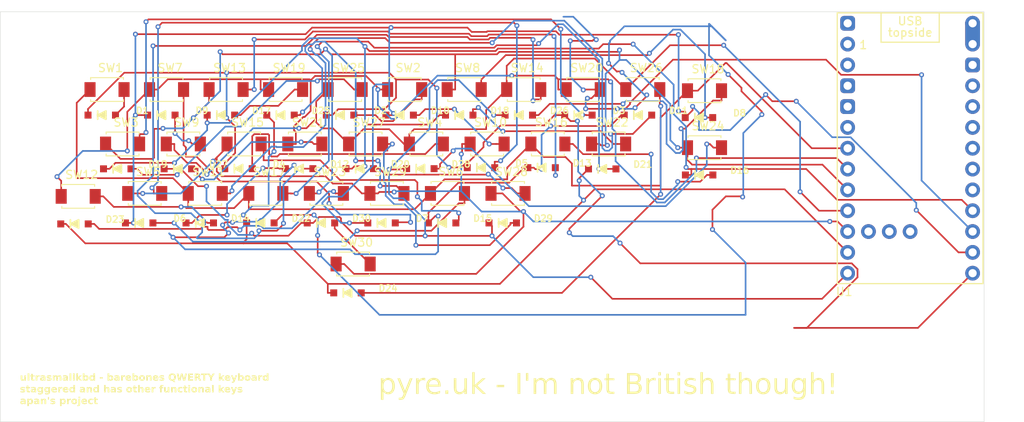
<source format=kicad_pcb>
(kicad_pcb (version 20240108) (generator "pcbnew") (generator_version "8.0")
  (layers (0 "F.Cu" signal) (31 "B.Cu" signal) (34 "B.Paste" user) (35 "F.Paste" user) (36 "B.SilkS" user "B.Silkscreen") (37 "F.SilkS" user "F.Silkscreen") (38 "B.Mask" user) (39 "F.Mask" user) (44 "Edge.Cuts" user))
  (net 0 "")
  (net 1 "Net-(D1-K)")
  (net 2 "Net-(D1-A)")
  (net 3 "Net-(D2-A)")
  (net 4 "Net-(D3-A)")
  (net 5 "Net-(D4-A)")
  (net 6 "Net-(D5-A)")
  (net 7 "Net-(D10-K)")
  (net 8 "Net-(D6-A)")
  (net 9 "Net-(D7-A)")
  (net 10 "Net-(D8-A)")
  (net 11 "Net-(D9-A)")
  (net 12 "Net-(D10-A)")
  (net 13 "Net-(D11-K)")
  (net 14 "Net-(D11-A)")
  (net 15 "Net-(D12-A)")
  (net 16 "Net-(D13-A)")
  (net 17 "Net-(D14-A)")
  (net 18 "Net-(D15-A)")
  (net 19 "Net-(D16-A)")
  (net 20 "Net-(D16-K)")
  (net 21 "Net-(D17-A)")
  (net 22 "Net-(D18-A)")
  (net 23 "Net-(D19-A)")
  (net 24 "Net-(D20-A)")
  (net 25 "Net-(D21-A)")
  (net 26 "Net-(D21-K)")
  (net 27 "Net-(D22-A)")
  (net 28 "Net-(D23-A)")
  (net 29 "Net-(D24-A)")
  (net 30 "Net-(D25-A)")
  (net 31 "Net-(D26-K)")
  (net 32 "Net-(D26-A)")
  (net 33 "Net-(D27-A)")
  (net 34 "Net-(D28-A)")
  (net 35 "Net-(D29-A)")
  (net 36 "Net-(D30-A)")
  (net 37 "Net-(SW1-A)")
  (net 38 "Net-(SW12-A)")
  (net 39 "Net-(SW13-A)")
  (net 40 "Net-(SW14-A)")
  (net 41 "Net-(SW10-A)")
  (net 49 "GND")
  (net 54 "+3.3V")
  (footprint "1N4148W-E3-08 Diode:SOD-123_VISHAY" (layer "F.Cu") (at 170.5183 62.6)
    (property "Reference" "D3")
    (property "Value" "D")
  )
  (footprint "1N4148W-E3-08 Diode:SOD-123_VISHAY" (layer "F.Cu") (at 146.51 75.75)
    (property "Reference" "D7")
    (property "Value" "D")
  )
  (footprint "1N4148W-E3-08 Diode:SOD-123_VISHAY" (layer "F.Cu") (at 142.355 84.28)
    (property "Reference" "D24")
    (property "Value" "D")
  )
  (footprint "1N4148W-E3-08 Diode:SOD-123_VISHAY" (layer "F.Cu") (at 116.95 75.75)
    (property "Reference" "D6")
    (property "Value" "D")
  )
  (footprint "1N4148W-E3-08 Diode:SOD-123_VISHAY" (layer "F.Cu") (at 126.9183 62.6)
    (property "Reference" "D17")
    (property "Value" "D")
  )
  (footprint "1N4148W-E3-08 Diode:SOD-123_VISHAY" (layer "F.Cu") (at 153.9 75.75)
    (property "Reference" "D15")
    (property "Value" "D")
  )
  (footprint "1N4148W-E3-08 Diode:SOD-123_VISHAY" (layer "F.Cu") (at 114.275 69.15)
    (property "Reference" "D19")
    (property "Value" "D")
  )
  (footprint "TS-1088-AR02016 SPST Tactile:SW_TS-1088-AR02016" (layer "F.Cu") (at 171.11 59.48)
    (property "Reference" "SW20")
    (property "Value" "SW_SPST")
  )
  (footprint "1N4148W-E3-08 Diode:SOD-123_VISHAY" (layer "F.Cu") (at 134.185 62.6)
    (property "Reference" "D25")
    (property "Value" "D")
  )
  (footprint "1N4148W-E3-08 Diode:SOD-123_VISHAY" (layer "F.Cu") (at 177.785 62.6)
    (property "Reference" "D11")
    (property "Value" "D")
  )
  (footprint "TS-1088-AR02016 SPST Tactile:SW_TS-1088-AR02016" (layer "F.Cu") (at 163.85 59.48)
    (property "Reference" "SW14")
    (property "Value" "SW_SPST")
  )
  (footprint "TS-1088-AR02016 SPST Tactile:SW_TS-1088-AR02016" (layer "F.Cu") (at 122.335 66.12)
    (property "Reference" "SW9")
    (property "Value" "SW_SPST")
  )
  (footprint "TS-1088-AR02016 SPST Tactile:SW_TS-1088-AR02016" (layer "F.Cu") (at 156.59 59.48)
    (property "Reference" "SW8")
    (property "Value" "SW_SPST")
  )
  (footprint "TS-1088-AR02016 SPST Tactile:SW_TS-1088-AR02016" (layer "F.Cu") (at 161.935 72.15)
    (property "Reference" "SW28")
    (property "Value" "SW_SPST")
  )
  (footprint "1N4148W-E3-08 Diode:SOD-123_VISHAY" (layer "F.Cu") (at 141.4517 62.6)
    (property "Reference" "D2")
    (property "Value" "D")
  )
  (footprint "1N4148W-E3-08 Diode:SOD-123_VISHAY" (layer "F.Cu") (at 161.29 75.75)
    (property "Reference" "D29")
    (property "Value" "D")
  )
  (footprint "TS-1088-AR02016 SPST Tactile:SW_TS-1088-AR02016" (layer "F.Cu") (at 125.01 72.15)
    (property "Reference" "SW11")
    (property "Value" "SW_SPST")
  )
  (footprint "TS-1088-AR02016 SPST Tactile:SW_TS-1088-AR02016" (layer "F.Cu") (at 114.925 66.12)
    (property "Reference" "SW3")
    (property "Value" "SW_SPST")
  )
  (footprint "1N4148W-E3-08 Diode:SOD-123_VISHAY" (layer "F.Cu") (at 121.6688 69.15)
    (property "Reference" "D27")
    (property "Value" "D")
  )
  (footprint "TS-1088-AR02016 SPST Tactile:SW_TS-1088-AR02016" (layer "F.Cu") (at 127.55 59.48)
    (property "Reference" "SW13")
    (property "Value" "SW_SPST")
  )
  (footprint "1N4148W-E3-08 Diode:SOD-123_VISHAY" (layer "F.Cu") (at 129.0625 69.13)
    (property "Reference" "D4")
    (property "Value" "D")
  )
  (footprint "TS-1088-AR02016 SPST Tactile:SW_TS-1088-AR02016" (layer "F.Cu") (at 129.745 66.12)
    (property "Reference" "SW15")
    (property "Value" "SW_SPST")
  )
  (footprint "1N4148W-E3-08 Diode:SOD-123_VISHAY" (layer "F.Cu") (at 185.225 62.9)
    (property "Reference" "D8")
    (property "Value" "D")
  )
  (footprint "ProMicro:nice_nano_AH_USBup" (layer "F.Cu") (at 210.98 67.91)
    (property "Reference" "U1")
    (property "Value" "nice_nano")
  )
  (footprint "TS-1088-AR02016 SPST Tactile:SW_TS-1088-AR02016" (layer "F.Cu") (at 109.515 72.51)
    (property "Reference" "SW12")
    (property "Value" "SW_SPST")
  )
  (footprint "TS-1088-AR02016 SPST Tactile:SW_TS-1088-AR02016" (layer "F.Cu") (at 143.045 80.76)
    (property "Reference" "SW30")
    (property "Value" "SW_SPST")
  )
  (footprint "TS-1088-AR02016 SPST Tactile:SW_TS-1088-AR02016" (layer "F.Cu") (at 151.975 66.12)
    (property "Reference" "SW4")
    (property "Value" "SW_SPST")
  )
  (footprint "TS-1088-AR02016 SPST Tactile:SW_TS-1088-AR02016" (layer "F.Cu") (at 142.07 59.48)
    (property "Reference" "SW25")
    (property "Value" "SW_SPST")
  )
  (footprint "TS-1088-AR02016 SPST Tactile:SW_TS-1088-AR02016" (layer "F.Cu") (at 147.165 72.15)
    (property "Reference" "SW29")
    (property "Value" "SW_SPST")
  )
  (footprint "1N4148W-E3-08 Diode:SOD-123_VISHAY" (layer "F.Cu") (at 124.34 75.75)
    (property "Reference" "D14")
    (property "Value" "D")
  )
  (footprint "1N4148W-E3-08 Diode:SOD-123_VISHAY" (layer "F.Cu") (at 136.4563 69.13)
    (property "Reference" "D12")
    (property "Value" "D")
  )
  (footprint "TS-1088-AR02016 SPST Tactile:SW_TS-1088-AR02016" (layer "F.Cu") (at 149.33 59.48)
    (property "Reference" "SW2")
    (property "Value" "SW_SPST")
  )
  (footprint "TS-1088-AR02016 SPST Tactile:SW_TS-1088-AR02016" (layer "F.Cu") (at 132.395 72.15)
    (property "Reference" "SW17")
    (property "Value" "SW_SPST")
  )
  (footprint "1N4148W-E3-08 Diode:SOD-123_VISHAY" (layer "F.Cu") (at 119.6517 62.6)
    (property "Reference" "D9")
    (property "Value" "D")
  )
  (footprint "1N4148W-E3-08 Diode:SOD-123_VISHAY" (layer "F.Cu") (at 131.73 75.75)
    (property "Reference" "D22")
    (property "Value" "D")
  )
  (footprint "TS-1088-AR02016 SPST Tactile:SW_TS-1088-AR02016" (layer "F.Cu") (at 154.55 72.15)
    (property "Reference" "SW6")
    (property "Value" "SW_SPST")
  )
  (footprint "1N4148W-E3-08 Diode:SOD-123_VISHAY" (layer "F.Cu") (at 158.6375 69.01)
    (property "Reference" "D5")
    (property "Value" "D")
  )
  (footprint "1N4148W-E3-08 Diode:SOD-123_VISHAY" (layer "F.Cu") (at 148.7183 62.6)
    (property "Reference" "D10")
    (property "Value" "D")
  )
  (footprint "1N4148W-E3-08 Diode:SOD-123_VISHAY" (layer "F.Cu") (at 185.245 69.9)
    (property "Reference" "D16")
    (property "Value" "D")
  )
  (footprint "1N4148W-E3-08 Diode:SOD-123_VISHAY" (layer "F.Cu") (at 109.06 75.87)
    (property "Reference" "D23")
    (property "Value" "D")
  )
  (footprint "TS-1088-AR02016 SPST Tactile:SW_TS-1088-AR02016" (layer "F.Cu") (at 137.155 66.12)
    (property "Reference" "SW21")
    (property "Value" "SW_SPST")
  )
  (footprint "TS-1088-AR02016 SPST Tactile:SW_TS-1088-AR02016" (layer "F.Cu") (at 166.795 66.12)
    (property "Reference" "SW16")
    (property "Value" "SW_SPST")
  )
  (footprint "TS-1088-AR02016 SPST Tactile:SW_TS-1088-AR02016" (layer "F.Cu") (at 134.81 59.48)
    (property "Reference" "SW19")
    (property "Value" "SW_SPST")
  )
  (footprint "TS-1088-AR02016 SPST Tactile:SW_TS-1088-AR02016" (layer "F.Cu") (at 159.385 66.12)
    (property "Reference" "SW10")
    (property "Value" "SW_SPST")
  )
  (footprint "TS-1088-AR02016 SPST Tactile:SW_TS-1088-AR02016" (layer "F.Cu") (at 120.29 59.48)
    (property "Reference" "SW7")
    (property "Value" "SW_SPST")
  )
  (footprint "1N4148W-E3-08 Diode:SOD-123_VISHAY" (layer "F.Cu") (at 155.985 62.6)
    (property "Reference" "D18")
    (property "Value" "D")
  )
  (footprint "TS-1088-AR02016 SPST Tactile:SW_TS-1088-AR02016" (layer "F.Cu") (at 139.78 72.15)
    (property "Reference" "SW23")
    (property "Value" "SW_SPST")
  )
  (footprint "TS-1088-AR02016 SPST Tactile:SW_TS-1088-AR02016" (layer "F.Cu") (at 185.9 66.57)
    (property "Reference" "SW24")
    (property "Value" "SW_SPST")
  )
  (footprint "TS-1088-AR02016 SPST Tactile:SW_TS-1088-AR02016" (layer "F.Cu") (at 174.205 66.12)
    (property "Reference" "SW22")
    (property "Value" "SW_SPST")
  )
  (footprint "TS-1088-AR02016 SPST Tactile:SW_TS-1088-AR02016" (layer "F.Cu") (at 185.9 59.62)
    (property "Reference" "SW18")
    (property "Value" "SW_SPST")
  )
  (footprint "1N4148W-E3-08 Diode:SOD-123_VISHAY" (layer "F.Cu") (at 143.85 69.13)
    (property "Reference" "D20")
    (property "Value" "D")
  )
  (footprint "TS-1088-AR02016 SPST Tactile:SW_TS-1088-AR02016" (layer "F.Cu") (at 144.565 66.12)
    (property "Reference" "SW27")
    (property "Value" "SW_SPST")
  )
  (footprint "1N4148W-E3-08 Diode:SOD-123_VISHAY" (layer "F.Cu") (at 151.2438 69.13)
    (property "Reference" "D28")
    (property "Value" "D")
  )
  (footprint "TS-1088-AR02016 SPST Tactile:SW_TS-1088-AR02016" (layer "F.Cu") (at 117.625 72.15)
    (property "Reference" "SW5")
    (property "Value" "SW_SPST")
  )
  (footprint "1N4148W-E3-08 Diode:SOD-123_VISHAY" (layer "F.Cu") (at 173.425 69.16)
    (property "Reference" "D21")
    (property "Value" "D")
  )
  (footprint "1N4148W-E3-08 Diode:SOD-123_VISHAY" (layer "F.Cu") (at 139.12 75.75)
    (property "Reference" "D30")
    (property "Value" "D")
  )
  (footprint "TS-1088-AR02016 SPST Tactile:SW_TS-1088-AR02016" (layer "F.Cu") (at 178.37 59.48)
    (property "Reference" "SW26")
    (property "Value" "SW_SPST")
  )
  (footprint "1N4148W-E3-08 Diode:SOD-123_VISHAY" (layer "F.Cu") (at 112.385 62.6)
    (property "Reference" "D1")
    (property "Value" "D")
  )
  (footprint "TS-1088-AR02016 SPST Tactile:SW_TS-1088-AR02016" (layer "F.Cu") (at 113.03 59.48)
    (property "Reference" "SW1")
    (property "Value" "SW_SPST")
  )
  (footprint "1N4148W-E3-08 Diode:SOD-123_VISHAY" (layer "F.Cu") (at 166.0313 69.01)
    (property "Reference" "D13")
    (property "Value" "D")
  )
  (footprint "1N4148W-E3-08 Diode:SOD-123_VISHAY" (layer "F.Cu") (at 163.2517 62.6)
    (property "Reference" "D26")
    (property "Value" "D")
  )
  (gr_rect (start 100 50) (end 220 100) (stroke (width 0.05)) (fill none) (layer "Edge.Cuts"))
  (gr_text "ultrasmallkbd - barebones QWERTY keyboard\nstaggered and has other functional keys\napan's project" (at 102.4 97.99 0) (layer "F.SilkS") (effects (font (size 0.85 0.85) (thickness 0.1)) (justify left bottom)))
  (gr_text "pyre.uk - I'm not British though!" (at 146.11 97.03 0) (layer "F.SilkS") (effects (font (size 2.5 2.5) (thickness 0.1)) (justify left bottom)))
  (segment (start 148.2763 60.4873) (end 148.2763 58.2625) (width 0.2) (layer "F.Cu") (net 1))
  (segment (start 161.0424 63.851) (end 166.3539 63.851) (width 0.2) (layer "F.Cu") (net 1))
  (segment (start 156.2733 68.9746) (end 154.7342 68.9746) (width 0.2) (layer "F.Cu") (net 1))
  (segment (start 152.2144 58.2625) (end 153.2562 59.3043) (width 0.2) (layer "F.Cu") (net 1))
  (segment (start 158.9439 66.5067) (end 158.9439 65.9495) (width 0.2) (layer "F.Cu") (net 1))
  (segment (start 110.71 61.8499) (end 115.1321 57.4278) (width 0.2) (layer "F.Cu") (net 1))
  (segment (start 127.3875 68.4033) (end 127.4783 68.4033) (width 0.2) (layer "F.Cu") (net 1))
  (segment (start 166.3539 63.8509) (end 167.6048 62.6) (width 0.2) (layer "F.Cu") (net 1))
  (segment (start 140.5034 62.6) (end 141.2301 61.8733) (width 0.2) (layer "F.Cu") (net 1))
  (segment (start 169.5723 63.329) (end 168.8433 62.6) (width 0.2) (layer "F.Cu") (net 1))
  (segment (start 148.2763 58.2625) (end 152.2144 58.2625) (width 0.2) (layer "F.Cu") (net 1))
  (segment (start 128.6514 67.2302) (end 128.6514 63.9703) (width 0.2) (layer "F.Cu") (net 1))
  (segment (start 166.3539 63.851) (end 166.3539 63.8509) (width 0.2) (layer "F.Cu") (net 1))
  (segment (start 127.3875 69.13) (end 127.3875 68.4033) (width 0.2) (layer "F.Cu") (net 1))
  (segment (start 178.07 80.68) (end 175.6 78.21) (width 0.2) (layer "F.Cu") (net 1))
  (segment (start 141.2301 61.8733) (end 146.8903 61.8733) (width 0.2) (layer "F.Cu") (net 1))
  (segment (start 167.6048 62.6) (end 168.1166 62.6) (width 0.2) (layer "F.Cu") (net 1))
  (segment (start 157.1652 68.2854) (end 158.9439 66.5067) (width 0.2) (layer "F.Cu") (net 1))
  (segment (start 170.4 63.329) (end 169.5723 63.329) (width 0.2) (layer "F.Cu") (net 1))
  (segment (start 128.6514 63.9703) (end 127.6141 62.933) (width 0.2) (layer "F.Cu") (net 1))
  (segment (start 168.8433 62.6) (end 168.1166 62.6) (width 0.2) (layer "F.Cu") (net 1))
  (segment (start 127.4783 68.4033) (end 128.6514 67.2302) (width 0.2) (layer "F.Cu") (net 1))
  (segment (start 169.41 76.46) (end 173.43 72.44) (width 0.2) (layer "F.Cu") (net 1))
  (segment (start 203.857057 80.68) (end 178.07 80.68) (width 0.2) (layer "F.Cu") (net 1))
  (segment (start 110.71 62.6) (end 110.71 61.8499) (width 0.2) (layer "F.Cu") (net 1))
  (segment (start 156.9625 69.01) (end 156.9625 68.2854) (width 0.2) (layer "F.Cu") (net 1))
  (segment (start 158.9439 65.9495) (end 161.0424 63.851) (width 0.2) (layer "F.Cu") (net 1))
  (segment (start 115.1321 57.4278) (end 127.6141 57.4278) (width 0.2) (layer "F.Cu") (net 1))
  (segment (start 127.6141 57.4278) (end 147.4416 57.4278) (width 0.2) (layer "F.Cu") (net 1))
  (segment (start 147.4416 57.4278) (end 148.2763 58.2625) (width 0.2) (layer "F.Cu") (net 1))
  (segment (start 218.6 81.88) (end 211.93 88.55) (width 0.2) (layer "F.Cu") (net 1))
  (segment (start 156.9625 68.2854) (end 157.1652 68.2854) (width 0.2) (layer "F.Cu") (net 1))
  (segment (start 204.56 82.377057) (end 204.56 81.382943) (width 0.2) (layer "F.Cu") (net 1))
  (segment (start 198.387057 88.55) (end 204.56 82.377057) (width 0.2) (layer "F.Cu") (net 1))
  (segment (start 139.7767 62.6) (end 140.5034 62.6) (width 0.2) (layer "F.Cu") (net 1))
  (segment (start 156.9625 68.2854) (end 156.2733 68.9746) (width 0.2) (layer "F.Cu") (net 1))
  (segment (start 211.93 88.55) (end 196.83 88.55) (width 0.2) (layer "F.Cu") (net 1))
  (segment (start 196.83 88.55) (end 198.387057 88.55) (width 0.2) (layer "F.Cu") (net 1))
  (segment (start 146.8903 61.8733) (end 148.2763 60.4873) (width 0.2) (layer "F.Cu") (net 1))
  (segment (start 204.56 81.382943) (end 203.857057 80.68) (width 0.2) (layer "F.Cu") (net 1))
  (segment (start 169.41 76.94) (end 169.41 76.46) (width 0.2) (layer "F.Cu") (net 1))
  (via (at 153.2562 59.3043) (size 0.6) (drill 0.3) (layers "F.Cu" "B.Cu") (net 1))
  (via (at 127.6141 62.933) (size 0.6) (drill 0.3) (layers "F.Cu" "B.Cu") (net 1))
  (via (at 175.6 78.21) (size 0.6) (drill 0.3) (layers "F.Cu" "B.Cu") (net 1))
  (via (at 170.4 63.329) (size 0.6) (drill 0.3) (layers "F.Cu" "B.Cu") (net 1))
  (via (at 127.6141 57.4278) (size 0.6) (drill 0.3) (layers "F.Cu" "B.Cu") (net 1))
  (via (at 169.41 76.94) (size 0.6) (drill 0.3) (layers "F.Cu" "B.Cu") (net 1))
  (via (at 173.43 72.44) (size 0.6) (drill 0.3) (layers "F.Cu" "B.Cu") (net 1))
  (via (at 154.7342 68.9746) (size 0.6) (drill 0.3) (layers "F.Cu" "B.Cu") (net 1))
  (segment (start 170.49 68.07) (end 170.49 63.419) (width 0.2) (layer "B.Cu") (net 1))
  (segment (start 153.2562 67.4966) (end 154.7342 68.9746) (width 0.2) (layer "B.Cu") (net 1))
  (segment (start 127.6141 57.4278) (end 127.6141 62.933) (width 0.2) (layer "B.Cu") (net 1))
  (segment (start 175.6 78.21) (end 174.75 77.36) (width 0.2) (layer "B.Cu") (net 1))
  (segment (start 173.43 72.44) (end 170.49 69.5) (width 0.2) (layer "B.Cu") (net 1))
  (segment (start 174.75 77.36) (end 169.83 77.36) (width 0.2) (layer "B.Cu") (net 1))
  (segment (start 153.2562 59.3043) (end 153.2562 67.4966) (width 0.2) (layer "B.Cu") (net 1))
  (segment (start 170.49 69.5) (end 170.49 68.07) (width 0.2) (layer "B.Cu") (net 1))
  (segment (start 169.83 77.36) (end 169.41 76.94) (width 0.2) (layer "B.Cu") (net 1))
  (segment (start 170.49 63.419) (end 170.4 63.329) (width 0.2) (layer "B.Cu") (net 1))
  (segment (start 115.105 61.555) (end 114.06 62.6) (width 0.2) (layer "F.Cu") (net 2))
  (segment (start 115.105 59.48) (end 115.105 61.555) (width 0.2) (layer "F.Cu") (net 2))
  (segment (start 146.4933 63.3267) (end 147.9089 63.3267) (width 0.2) (layer "F.Cu") (net 3))
  (segment (start 151.405 59.48) (end 151.405 60.6817) (width 0.2) (layer "F.Cu") (net 3))
  (segment (start 147.9089 63.3267) (end 150.5539 60.6817) (width 0.2) (layer "F.Cu") (net 3))
  (segment (start 150.5539 60.6817) (end 151.405 60.6817) (width 0.2) (layer "F.Cu") (net 3))
  (segment (start 145.7666 62.6) (end 146.4933 63.3267) (width 0.2) (layer "F.Cu") (net 3))
  (segment (start 143.1267 62.6) (end 145.7666 62.6) (width 0.2) (layer "F.Cu") (net 3))
  (segment (start 117 64.9183) (end 117.5784 64.9183) (width 0.2) (layer "F.Cu") (net 4))
  (segment (start 117.5784 64.9183) (end 117.7838 64.7129) (width 0.2) (layer "F.Cu") (net 4))
  (segment (start 171.4411 62.5745) (end 171.4666 62.6) (width 0.2) (layer "F.Cu") (net 4))
  (segment (start 172.1933 62.6) (end 171.4666 62.6) (width 0.2) (layer "F.Cu") (net 4))
  (segment (start 167.1784 50.9254) (end 168.3713 52.1183) (width 0.2) (layer "F.Cu") (net 4))
  (segment (start 117.7838 51.2193) (end 118.0777 50.9254) (width 0.2) (layer "F.Cu") (net 4))
  (segment (start 117 66.12) (end 117 64.9183) (width 0.2) (layer "F.Cu") (net 4))
  (segment (start 118.0777 50.9254) (end 167.1784 50.9254) (width 0.2) (layer "F.Cu") (net 4))
  (segment (start 171.0158 62.5745) (end 171.4411 62.5745) (width 0.2) (layer "F.Cu") (net 4))
  (via (at 117.7838 64.7129) (size 0.6) (drill 0.3) (layers "F.Cu" "B.Cu") (net 4))
  (via (at 171.0158 62.5745) (size 0.6) (drill 0.3) (layers "F.Cu" "B.Cu") (net 4))
  (via (at 168.3713 52.1183) (size 0.6) (drill 0.3) (layers "F.Cu" "B.Cu") (net 4))
  (via (at 117.7838 51.2193) (size 0.6) (drill 0.3) (layers "F.Cu" "B.Cu") (net 4))
  (segment (start 117.7838 64.7129) (end 117.7838 51.2193) (width 0.2) (layer "B.Cu") (net 4))
  (segment (start 171.0158 62.5745) (end 168.3713 59.93) (width 0.2) (layer "B.Cu") (net 4))
  (segment (start 168.3713 59.93) (end 168.3713 52.1183) (width 0.2) (layer "B.Cu") (net 4))
  (segment (start 151.8465 67.3468) (end 153.0733 66.12) (width 0.2) (layer "F.Cu") (net 5))
  (segment (start 154.05 66.12) (end 153.0733 66.12) (width 0.2) (layer "F.Cu") (net 5))
  (segment (start 132.681 64.9183) (end 132.7975 65.0348) (width 0.2) (layer "F.Cu") (net 5))
  (segment (start 133.7994 67.6417) (end 134.0943 67.3468) (width 0.2) (layer "F.Cu") (net 5))
  (segment (start 134.0943 67.3468) (end 151.8465 67.3468) (width 0.2) (layer "F.Cu") (net 5))
  (segment (start 130.7375 69.13) (end 130.7375 65.1721) (width 0.2) (layer "F.Cu") (net 5))
  (segment (start 130.9913 64.9183) (end 132.681 64.9183) (width 0.2) (layer "F.Cu") (net 5))
  (segment (start 130.7375 65.1721) (end 130.9913 64.9183) (width 0.2) (layer "F.Cu") (net 5))
  (segment (start 132.7975 65.0348) (end 132.7975 67.3514) (width 0.2) (layer "F.Cu") (net 5))
  (segment (start 132.7975 67.3514) (end 133.0878 67.6417) (width 0.2) (layer "F.Cu") (net 5))
  (segment (start 133.0878 67.6417) (end 133.7994 67.6417) (width 0.2) (layer "F.Cu") (net 5))
  (segment (start 119.2483 51.826) (end 119.7472 51.3271) (width 0.2) (layer "F.Cu") (net 6))
  (segment (start 119.7 72.15) (end 118.7233 72.15) (width 0.2) (layer "F.Cu") (net 6))
  (segment (start 161.0343 68.1694) (end 160.9204 68.2833) (width 0.2) (layer "F.Cu") (net 6))
  (segment (start 118.7233 71.6856) (end 118.5092 71.4715) (width 0.2) (layer "F.Cu") (net 6))
  (segment (start 119.7472 51.3271) (end 162.6526 51.3271) (width 0.2) (layer "F.Cu") (net 6))
  (segment (start 160.9204 68.2833) (end 160.3125 68.2833) (width 0.2) (layer "F.Cu") (net 6))
  (segment (start 160.3125 69.01) (end 160.3125 68.2833) (width 0.2) (layer "F.Cu") (net 6))
  (segment (start 118.7233 72.15) (end 118.7233 71.6856) (width 0.2) (layer "F.Cu") (net 6))
  (segment (start 162.6526 51.3271) (end 163.0135 51.688) (width 0.2) (layer "F.Cu") (net 6))
  (via (at 118.5092 71.4715) (size 0.6) (drill 0.3) (layers "F.Cu" "B.Cu") (net 6))
  (via (at 161.0343 68.1694) (size 0.6) (drill 0.3) (layers "F.Cu" "B.Cu") (net 6))
  (via (at 119.2483 51.826) (size 0.6) (drill 0.3) (layers "F.Cu" "B.Cu") (net 6))
  (via (at 163.0135 51.688) (size 0.6) (drill 0.3) (layers "F.Cu" "B.Cu") (net 6))
  (segment (start 161.0343 68.1694) (end 163.0135 66.1902) (width 0.2) (layer "B.Cu") (net 6))
  (segment (start 119.2483 70.7324) (end 119.2483 51.826) (width 0.2) (layer "B.Cu") (net 6))
  (segment (start 163.0135 66.1902) (end 163.0135 51.688) (width 0.2) (layer "B.Cu") (net 6))
  (segment (start 118.5092 71.4715) (end 119.2483 70.7324) (width 0.2) (layer "B.Cu") (net 6))
  (segment (start 182.7142 52.7929) (end 168.195 52.7929) (width 0.2) (layer "F.Cu") (net 7))
  (segment (start 183.55 62.1733) (end 182.8212 62.1733) (width 0.2) (layer "F.Cu") (net 7))
  (segment (start 168.195 52.7929) (end 167.7744 52.3723) (width 0.2) (layer "F.Cu") (net 7))
  (segment (start 117.6134 62.6) (end 117.9767 62.6) (width 0.2) (layer "F.Cu") (net 7))
  (segment (start 167.7744 52.3723) (end 159.4202 52.3723) (width 0.2) (layer "F.Cu") (net 7))
  (segment (start 218.6 79.34) (end 216.88 79.34) (width 0.2) (layer "F.Cu") (net 7))
  (segment (start 184.45 62) (end 183.55 62.9) (width 0.2) (layer "F.Cu") (net 7))
  (segment (start 115.275 75.75) (end 116.2564 75.75) (width 0.2) (layer "F.Cu") (net 7))
  (segment (start 147.7847 62.6) (end 147.9851 62.3996) (width 0.2) (layer "F.Cu") (net 7))
  (segment (start 144.835 75.75) (end 142.5953 75.75) (width 0.2) (layer "F.Cu") (net 7))
  (segment (start 147.6628 51.9288) (end 138.0461 51.9288) (width 0.2) (layer "F.Cu") (net 7))
  (segment (start 159.3395 52.453) (end 157.5079 52.453) (width 0.2) (layer "F.Cu") (net 7))
  (segment (start 138.0461 51.9288) (end 137.2451 52.7298) (width 0.2) (layer "F.Cu") (net 7))
  (segment (start 183.55 62.9) (end 183.55 62.1733) (width 0.2) (layer "F.Cu") (net 7))
  (segment (start 157.5079 52.453) (end 156.9837 51.9288) (width 0.2) (layer "F.Cu") (net 7))
  (segment (start 182.8212 62.1733) (end 182.7385 62.0906) (width 0.2) (layer "F.Cu") (net 7))
  (segment (start 156.9837 51.9288) (end 147.6628 51.9288) (width 0.2) (layer "F.Cu") (net 7))
  (segment (start 117.25 62.6) (end 116.4914 62.6) (width 0.2) (layer "F.Cu") (net 7))
  (segment (start 137.2451 52.7298) (end 116.4914 52.7298) (width 0.2) (layer "F.Cu") (net 7))
  (segment (start 117.6134 62.6) (end 117.25 62.6) (width 0.2) (layer "F.Cu") (net 7))
  (segment (start 159.4202 52.3723) (end 159.3395 52.453) (width 0.2) (layer "F.Cu") (net 7))
  (segment (start 194.17 60.91) (end 193.36 60.1) (width 0.2) (layer "F.Cu") (net 7))
  (segment (start 197.09 60.91) (end 194.17 60.91) (width 0.2) (layer "F.Cu") (net 7))
  (segment (start 147.0433 62.6) (end 147.7847 62.6) (width 0.2) (layer "F.Cu") (net 7))
  (segment (start 216.88 79.34) (end 211.73 74.19) (width 0.2) (layer "F.Cu") (net 7))
  (segment (start 184.45 61.54) (end 184.45 62) (width 0.2) (layer "F.Cu") (net 7))
  (via (at 116.4914 52.7298) (size 0.6) (drill 0.3) (layers "F.Cu" "B.Cu") (net 7))
  (via (at 116.4914 62.6) (size 0.6) (drill 0.3) (layers "F.Cu" "B.Cu") (net 7))
  (via (at 142.5953 75.75) (size 0.6) (drill 0.3) (layers "F.Cu" "B.Cu") (net 7))
  (via (at 147.6628 51.9288) (size 0.6) (drill 0.3) (layers "F.Cu" "B.Cu") (net 7))
  (via (at 211.73 74.19) (size 0.6) (drill 0.3) (layers "F.Cu" "B.Cu") (net 7))
  (via (at 184.45 61.54) (size 0.6) (drill 0.3) (layers "F.Cu" "B.Cu") (net 7))
  (via (at 193.36 60.1) (size 0.6) (drill 0.3) (layers "F.Cu" "B.Cu") (net 7))
  (via (at 182.7385 62.0906) (size 0.6) (drill 0.3) (layers "F.Cu" "B.Cu") (net 7))
  (via (at 182.7142 52.7929) (size 0.6) (drill 0.3) (layers "F.Cu" "B.Cu") (net 7))
  (via (at 197.09 60.91) (size 0.6) (drill 0.3) (layers "F.Cu" "B.Cu") (net 7))
  (via (at 116.2564 75.75) (size 0.6) (drill 0.3) (layers "F.Cu" "B.Cu") (net 7))
  (via (at 147.9851 62.3996) (size 0.6) (drill 0.3) (layers "F.Cu" "B.Cu") (net 7))
  (segment (start 141.6744 72.5439) (end 140.0264 72.5439) (width 0.2) (layer "B.Cu") (net 7))
  (segment (start 139.2915 73.2788) (end 139.2915 73.4616) (width 0.2) (layer "B.Cu") (net 7))
  (segment (start 116.4914 62.6) (end 116.2564 62.835) (width 0.2) (layer "B.Cu") (net 7))
  (segment (start 193.36 60.1) (end 189.04 64.42) (width 0.2) (layer "B.Cu") (net 7))
  (segment (start 147.447 58.854) (end 147.447 61.8615) (width 0.2) (layer "B.Cu") (net 7))
  (segment (start 145.4492 59.2355) (end 145.4492 68.7691) (width 0.2) (layer "B.Cu") (net 7))
  (segment (start 147.447 58.854) (end 147.447 52.1446) (width 0.2) (layer "B.Cu") (net 7))
  (segment (start 182.7385 52.8172) (end 182.7142 52.7929) (width 0.2) (layer "B.Cu") (net 7))
  (segment (start 116.4914 62.6) (end 116.4914 52.7298) (width 0.2) (layer "B.Cu") (net 7))
  (segment (start 139.2915 73.4616) (end 141.5799 75.75) (width 0.2) (layer "B.Cu") (net 7))
  (segment (start 145.4492 68.7691) (end 141.6744 72.5439) (width 0.2) (layer "B.Cu") (net 7))
  (segment (start 145.8307 58.854) (end 145.4492 59.2355) (width 0.2) (layer "B.Cu") (net 7))
  (segment (start 185.22 62.31) (end 184.45 61.54) (width 0.2) (layer "B.Cu") (net 7))
  (segment (start 141.5799 75.75) (end 142.5953 75.75) (width 0.2) (layer "B.Cu") (net 7))
  (segment (start 182.7385 62.0906) (end 182.7385 52.8172) (width 0.2) (layer "B.Cu") (net 7))
  (segment (start 211.73 73.312943) (end 203.717057 65.3) (width 0.2) (layer "B.Cu") (net 7))
  (segment (start 147.447 58.854) (end 145.8307 58.854) (width 0.2) (layer "B.Cu") (net 7))
  (segment (start 189.04 64.42) (end 185.22 64.42) (width 0.2) (layer "B.Cu") (net 7))
  (segment (start 185.22 64.42) (end 185.22 62.31) (width 0.2) (layer "B.Cu") (net 7))
  (segment (start 147.447 61.8615) (end 147.9851 62.3996) (width 0.2) (layer "B.Cu") (net 7))
  (segment (start 116.2564 62.835) (end 116.2564 75.75) (width 0.2) (layer "B.Cu") (net 7))
  (segment (start 211.73 74.19) (end 211.73 73.312943) (width 0.2) (layer "B.Cu") (net 7))
  (segment (start 201.48 65.3) (end 197.09 60.91) (width 0.2) (layer "B.Cu") (net 7))
  (segment (start 203.717057 65.3) (end 201.48 65.3) (width 0.2) (layer "B.Cu") (net 7))
  (segment (start 140.0264 72.5439) (end 139.2915 73.2788) (width 0.2) (layer "B.Cu") (net 7))
  (segment (start 147.447 52.1446) (end 147.6628 51.9288) (width 0.2) (layer "B.Cu") (net 7))
  (segment (start 118.625 75.75) (end 121.2105 75.75) (width 0.2) (layer "F.Cu") (net 8))
  (segment (start 143.5376 76.7057) (end 152.5788 76.7057) (width 0.2) (layer "F.Cu") (net 8))
  (segment (start 155.9328 73.3517) (end 156.625 73.3517) (width 0.2) (layer "F.Cu") (net 8))
  (segment (start 156.625 72.15) (end 156.625 73.3517) (width 0.2) (layer "F.Cu") (net 8))
  (segment (start 152.5788 76.7057) (end 155.9328 73.3517) (width 0.2) (layer "F.Cu") (net 8))
  (via (at 143.5376 76.7057) (size 0.6) (drill 0.3) (layers "F.Cu" "B.Cu") (net 8))
  (via (at 121.2105 75.75) (size 0.6) (drill 0.3) (layers "F.Cu" "B.Cu") (net 8))
  (segment (start 123.4931 78.0326) (end 142.2107 78.0326) (width 0.2) (layer "B.Cu") (net 8))
  (segment (start 121.2105 75.75) (end 123.4931 78.0326) (width 0.2) (layer "B.Cu") (net 8))
  (segment (start 142.2107 78.0326) (end 143.5376 76.7057) (width 0.2) (layer "B.Cu") (net 8))
  (segment (start 122.65 66.535) (end 122.65 67.66) (width 0.2) (layer "F.Cu") (net 9))
  (segment (start 122.365 59.48) (end 122.365 66.25) (width 0.2) (layer "F.Cu") (net 9))
  (segment (start 123.94 67.66) (end 126.41 70.13) (width 0.2) (layer "F.Cu") (net 9))
  (segment (start 148.265 75.67) (end 148.185 75.75) (width 0.2) (layer "F.Cu") (net 9))
  (segment (start 150.05 75.67) (end 148.265 75.67) (width 0.2) (layer "F.Cu") (net 9))
  (segment (start 126.41 70.22) (end 126.89 70.7) (width 0.2) (layer "F.Cu") (net 9))
  (segment (start 122.65 67.66) (end 123.94 67.66) (width 0.2) (layer "F.Cu") (net 9))
  (segment (start 126.41 70.13) (end 126.41 70.22) (width 0.2) (layer "F.Cu") (net 9))
  (segment (start 126.89 70.7) (end 138.6 70.7) (width 0.2) (layer "F.Cu") (net 9))
  (segment (start 140.11 72.21) (end 140.11 73.38) (width 0.2) (layer "F.Cu") (net 9))
  (segment (start 138.6 70.7) (end 140.11 72.21) (width 0.2) (layer "F.Cu") (net 9))
  (segment (start 122.365 66.25) (end 122.65 66.535) (width 0.2) (layer "F.Cu") (net 9))
  (via (at 150.05 75.67) (size 0.6) (drill 0.3) (layers "F.Cu" "B.Cu") (net 9))
  (via (at 140.11 73.38) (size 0.6) (drill 0.3) (layers "F.Cu" "B.Cu") (net 9))
  (segment (start 140.11 73.38) (end 141.47 74.74) (width 0.2) (layer "B.Cu") (net 9))
  (segment (start 150.02 75.64) (end 150.05 75.67) (width 0.2) (layer "B.Cu") (net 9))
  (segment (start 150.02 74.74) (end 150.02 75.64) (width 0.2) (layer "B.Cu") (net 9))
  (segment (start 141.47 74.74) (end 150.02 74.74) (width 0.2) (layer "B.Cu") (net 9))
  (segment (start 158.665 59.48) (end 158.665 58.2783) (width 0.2) (layer "F.Cu") (net 10))
  (segment (start 186.9 62.9) (end 185.965 62.9) (width 0.2) (layer "F.Cu") (net 10))
  (segment (start 178.9533 55.2834) (end 179.1758 55.0609) (width 0.2) (layer "F.Cu") (net 10))
  (segment (start 161.6599 55.2834) (end 178.9533 55.2834) (width 0.2) (layer "F.Cu") (net 10))
  (segment (start 158.665 58.2783) (end 161.6599 55.2834) (width 0.2) (layer "F.Cu") (net 10))
  (via (at 185.965 62.9) (size 0.6) (drill 0.3) (layers "F.Cu" "B.Cu") (net 10))
  (via (at 179.1758 55.0609) (size 0.6) (drill 0.3) (layers "F.Cu" "B.Cu") (net 10))
  (segment (start 182.9625 52.167) (end 185.965 55.1695) (width 0.2) (layer "B.Cu") (net 10))
  (segment (start 182.0697 52.167) (end 182.9625 52.167) (width 0.2) (layer "B.Cu") (net 10))
  (segment (start 185.965 55.1695) (end 185.965 62.9) (width 0.2) (layer "B.Cu") (net 10))
  (segment (start 179.1758 55.0609) (end 182.0697 52.167) (width 0.2) (layer "B.Cu") (net 10))
  (segment (start 124.41 66.12) (end 123.4333 66.12) (width 0.2) (layer "F.Cu") (net 11))
  (segment (start 121.3267 62.6) (end 121.3267 64.8296) (width 0.2) (layer "F.Cu") (net 11))
  (segment (start 123.4333 66.12) (end 123.0299 65.7166) (width 0.2) (layer "F.Cu") (net 11))
  (segment (start 123.0299 65.7166) (end 122.9865 65.7166) (width 0.2) (layer "F.Cu") (net 11))
  (via (at 121.3267 64.8296) (size 0.6) (drill 0.3) (layers "F.Cu" "B.Cu") (net 11))
  (via (at 122.9865 65.7166) (size 0.6) (drill 0.3) (layers "F.Cu" "B.Cu") (net 11))
  (segment (start 121.3267 64.8296) (end 122.2137 65.7166) (width 0.2) (layer "B.Cu") (net 11))
  (segment (start 122.2137 65.7166) (end 122.9865 65.7166) (width 0.2) (layer "B.Cu") (net 11))
  (segment (start 151.8467 61.8733) (end 155.3933 61.8733) (width 0.2) (layer "F.Cu") (net 12))
  (segment (start 150.3933 62.6) (end 151.12 62.6) (width 0.2) (layer "F.Cu") (net 12))
  (segment (start 151.12 62.6) (end 151.8467 61.8733) (width 0.2) (layer "F.Cu") (net 12))
  (segment (start 160.4833 66.12) (end 159.64 66.12) (width 0.2) (layer "F.Cu") (net 12))
  (segment (start 161.46 66.12) (end 160.4833 66.12) (width 0.2) (layer "F.Cu") (net 12))
  (via (at 155.3933 61.8733) (size 0.6) (drill 0.3) (layers "F.Cu" "B.Cu") (net 12))
  (via (at 159.64 66.12) (size 0.6) (drill 0.3) (layers "F.Cu" "B.Cu") (net 12))
  (segment (start 155.3933 61.8733) (end 159.64 66.12) (width 0.2) (layer "B.Cu") (net 12))
  (segment (start 174.4176 63.929) (end 167.1266 63.929) (width 0.2) (layer "F.Cu") (net 13))
  (segment (start 152.225 75.75) (end 152.225 75.0233) (width 0.2) (layer "F.Cu") (net 13))
  (segment (start 163.993 69.01) (end 164.3563 69.01) (width 0.2) (layer "F.Cu") (net 13))
  (segment (start 176.11 62.6) (end 176.11 62.2366) (width 0.2) (layer "F.Cu") (net 13))
  (segment (start 164.3563 69.01) (end 165.083 69.01) (width 0.2) (layer "F.Cu") (net 13))
  (segment (start 134.7813 69.13) (end 135.402019 69.13) (width 0.2) (layer "F.Cu") (net 13))
  (segment (start 127.469569 75.67) (end 127.132468 76.007101) (width 0.2) (layer "F.Cu") (net 13))
  (segment (start 202.563 57.683) (end 212.3729 57.683) (width 0.2) (layer "F.Cu") (net 13))
  (segment (start 176.11 61.8733) (end 176.1973 61.8733) (width 0.2) (layer "F.Cu") (net 13))
  (segment (start 163.993 69.01) (end 163.6296 69.01) (width 0.2) (layer "F.Cu") (net 13))
  (segment (start 123.3917 75.75) (end 124.3646 74.7771) (width 0.2) (layer "F.Cu") (net 13))
  (segment (start 165.263 69.19) (end 165.083 69.01) (width 0.2) (layer "F.Cu") (net 13))
  (segment (start 176.11 62.2366) (end 174.4176 63.929) (width 0.2) (layer "F.Cu") (net 13))
  (segment (start 176.1973 61.8733) (end 176.8071 61.2635) (width 0.2) (layer "F.Cu") (net 13))
  (segment (start 182.0585 55.8401) (end 200.7201 55.8401) (width 0.2) (layer "F.Cu") (net 13))
  (segment (start 124.3646 74.7771) (end 127.6675 74.7771) (width 0.2) (layer "F.Cu") (net 13))
  (segment (start 134.7813 69.13) (end 134.0546 69.13) (width 0.2) (layer "F.Cu") (net 13))
  (segment (start 127.858939 76.977688) (end 127.336627 77.5) (width 0.2) (layer "F.Cu") (net 13))
  (segment (start 135.402019 69.13) (end 135.822019 68.71) (width 0.2) (layer "F.Cu") (net 13))
  (segment (start 152.225 75.0233) (end 152.225 74.5005) (width 0.2) (layer "F.Cu") (net 13))
  (segment (start 176.8071 61.2635) (end 176.8071 61.0915) (width 0.2) (layer "F.Cu") (net 13))
  (segment (start 153.065 74.91) (end 152.225 75.75) (width 0.2) (layer "F.Cu") (net 13))
  (segment (start 166.0313 69.19) (end 165.263 69.19) (width 0.2) (layer "F.Cu") (net 13))
  (segment (start 122.665 75.75) (end 123.3917 75.75) (width 0.2) (layer "F.Cu") (net 13))
  (segment (start 133.9873 69.0627) (end 132.052 69.0627) (width 0.2) (layer "F.Cu") (net 13))
  (segment (start 155.8804 70.8451) (end 162.067 70.8451) (width 0.2) (layer "F.Cu") (net 13))
  (segment (start 162.067 70.8451) (end 163.6296 69.2825) (width 0.2) (layer "F.Cu") (net 13))
  (segment (start 127.336627 77.5) (end 121.08 77.5) (width 0.2) (layer "F.Cu") (net 13))
  (segment (start 176.11 62.2366) (end 176.11 61.8733) (width 0.2) (layer "F.Cu") (net 13))
  (segment (start 163.6296 69.2825) (end 163.6296 69.01) (width 0.2) (layer "F.Cu") (net 13))
  (segment (start 134.0546 69.13) (end 133.9873 69.0627) (width 0.2) (layer "F.Cu") (net 13))
  (segment (start 153.41 74.91) (end 153.065 74.91) (width 0.2) (layer "F.Cu") (net 13))
  (segment (start 200.7201 55.8401) (end 202.563 57.683) (width 0.2) (layer "F.Cu") (net 13))
  (segment (start 128.33 75.67) (end 127.469569 75.67) (width 0.2) (layer "F.Cu") (net 13))
  (segment (start 152.225 74.5005) (end 155.8804 70.8451) (width 0.2) (layer "F.Cu") (net 13))
  (segment (start 176.8071 61.0915) (end 182.0585 55.8401) (width 0.2) (layer "F.Cu") (net 13))
  (via (at 127.132468 76.007101) (size 0.6) (drill 0.3) (layers "F.Cu" "B.Cu") (net 13))
  (via (at 135.822019 68.71) (size 0.6) (drill 0.3) (layers "F.Cu" "B.Cu") (net 13))
  (via (at 167.1266 63.929) (size 0.6) (drill 0.3) (layers "F.Cu" "B.Cu") (net 13))
  (via (at 121.08 77.5) (size 0.6) (drill 0.3) (layers "F.Cu" "B.Cu") (net 13))
  (via (at 132.052 69.0627) (size 0.6) (drill 0.3) (layers "F.Cu" "B.Cu") (net 13))
  (via (at 166.0313 69.19) (size 0.6) (drill 0.3) (layers "F.Cu" "B.Cu") (net 13))
  (via (at 127.6675 74.7771) (size 0.6) (drill 0.3) (layers "F.Cu" "B.Cu") (net 13))
  (via (at 212.3729 57.683) (size 0.6) (drill 0.3) (layers "F.Cu" "B.Cu") (net 13))
  (via (at 153.41 74.91) (size 0.6) (drill 0.3) (layers "F.Cu" "B.Cu") (net 13))
  (via (at 127.858939 76.977688) (size 0.6) (drill 0.3) (layers "F.Cu" "B.Cu") (net 13))
  (via (at 128.33 75.67) (size 0.6) (drill 0.3) (layers "F.Cu" "B.Cu") (net 13))
  (segment (start 166.0313 65.0243) (end 166.0313 69.19) (width 0.2) (layer "B.Cu") (net 13))
  (segment (start 134.1487 70.383319) (end 134.1487 73.0113) (width 0.2) (layer "B.Cu") (net 13))
  (segment (start 127.6675 73.4472) (end 127.6675 74.7771) (width 0.2) (layer "B.Cu") (net 13))
  (segment (start 131.89 75.27) (end 131.72 75.27) (width 0.2) (layer "B.Cu") (net 13))
  (segment (start 129.1 75.6) (end 128.4 75.6) (width 0.2) (layer "B.Cu") (net 13))
  (segment (start 131.72 75.27) (end 131.39 75.6) (width 0.2) (layer "B.Cu") (net 13))
  (segment (start 122.55 78.97) (end 142.47 78.97) (width 0.2) (layer "B.Cu") (net 13))
  (segment (start 142.47 78.97) (end 142.68 78.97) (width 0.2) (layer "B.Cu") (net 13))
  (segment (start 120.6105 77.0305) (end 122.55 78.97) (width 0.2) (layer "B.Cu") (net 13))
  (segment (start 134.1487 73.0113) (end 131.89 75.27) (width 0.2) (layer "B.Cu") (net 13))
  (segment (start 153.08 79.57) (end 153.41 79.24) (width 0.2) (layer "B.Cu") (net 13))
  (segment (start 136.002019 68.53) (end 134.1487 70.383319) (width 0.2) (layer "B.Cu") (net 13))
  (segment (start 167.1266 63.929) (end 166.0313 65.0243) (width 0.2) (layer "B.Cu") (net 13))
  (segment (start 153.41 79.24) (end 153.41 74.91) (width 0.2) (layer "B.Cu") (net 13))
  (segment (start 212.3729 70.5729) (end 212.3729 57.683) (width 0.2) (layer "B.Cu") (net 13))
  (segment (start 121.08 77.5) (end 120.6105 77.0305) (width 0.2) (layer "B.Cu") (net 13))
  (segment (start 131.39 75.6) (end 129.1 75.6) (width 0.2) (layer "B.Cu") (net 13))
  (segment (start 218.6 76.8) (end 212.3729 70.5729) (width 0.2) (layer "B.Cu") (net 13))
  (segment (start 127.132468 76.007101) (end 127.132468 76.251217) (width 0.2) (layer "B.Cu") (net 13))
  (segment (start 127.132468 76.251217) (end 127.858939 76.977688) (width 0.2) (layer "B.Cu") (net 13))
  (segment (start 132.052 69.0627) (end 127.6675 73.4472) (width 0.2) (layer "B.Cu") (net 13))
  (segment (start 143.28 79.57) (end 153.08 79.57) (width 0.2) (layer "B.Cu") (net 13))
  (segment (start 128.4 75.6) (end 128.33 75.67) (width 0.2) (layer "B.Cu") (net 13))
  (segment (start 142.68 78.97) (end 143.28 79.57) (width 0.2) (layer "B.Cu") (net 13))
  (segment (start 135.822019 68.71) (end 136.002019 68.53) (width 0.2) (layer "B.Cu") (net 13))
  (segment (start 128.0617 72.0287) (end 128.0617 72.15) (width 0.2) (layer "F.Cu") (net 14))
  (segment (start 137.8085 54.2533) (end 137.8085 54.5801) (width 0.2) (layer "F.Cu") (net 14))
  (segment (start 146.9536 53.2067) (end 138.8551 53.2067) (width 0.2) (layer "F.Cu") (net 14))
  (segment (start 179.46 62.6) (end 177.1643 64.8957) (width 0.2) (layer "F.Cu") (net 14))
  (segment (start 127.085 72.15) (end 128.0617 72.15) (width 0.2) (layer "F.Cu") (net 14))
  (segment (start 138.8551 53.2067) (end 137.8085 54.2533) (width 0.2) (layer "F.Cu") (net 14))
  (segment (start 177.1643 64.8957) (end 174.4393 64.8957) (width 0.2) (layer "F.Cu") (net 14))
  (segment (start 147.5243 53.7774) (end 146.9536 53.2067) (width 0.2) (layer "F.Cu") (net 14))
  (segment (start 160.0019 53.7774) (end 147.5243 53.7774) (width 0.2) (layer "F.Cu") (net 14))
  (segment (start 128.265 71.8254) (end 128.0617 72.0287) (width 0.2) (layer "F.Cu") (net 14))
  (via (at 160.0019 53.7774) (size 0.6) (drill 0.3) (layers "F.Cu" "B.Cu") (net 14))
  (via (at 174.4393 64.8957) (size 0.6) (drill 0.3) (layers "F.Cu" "B.Cu") (net 14))
  (via (at 128.265 71.8254) (size 0.6) (drill 0.3) (layers "F.Cu" "B.Cu") (net 14))
  (via (at 137.8085 54.5801) (size 0.6) (drill 0.3) (layers "F.Cu" "B.Cu") (net 14))
  (segment (start 173.4358 66.6012) (end 173.4358 55.719) (width 0.2) (layer "B.Cu") (net 14))
  (segment (start 174.6534 66.5417) (end 174.2562 66.9389) (width 0.2) (layer "B.Cu") (net 14))
  (segment (start 139.6801 63.7912) (end 136.9741 66.4972) (width 0.2) (layer "B.Cu") (net 14))
  (segment (start 138.484 55.2556) (end 138.6722 55.2556) (width 0.2) (layer "B.Cu") (net 14))
  (segment (start 168.7966 51.0798) (end 162.6995 51.0798) (width 0.2) (layer "B.Cu") (net 14))
  (segment (start 173.7735 66.9389) (end 173.4358 66.6012) (width 0.2) (layer "B.Cu") (net 14))
  (segment (start 174.6534 65.1098) (end 174.6534 66.5417) (width 0.2) (layer "B.Cu") (net 14))
  (segment (start 133.7082 66.4972) (end 133.6493 66.4383) (width 0.2) (layer "B.Cu") (net 14))
  (segment (start 133.6493 66.4383) (end 133.0803 66.4383) (width 0.2) (layer "B.Cu") (net 14))
  (segment (start 136.9741 66.4972) (end 133.7082 66.4972) (width 0.2) (layer "B.Cu") (net 14))
  (segment (start 162.6995 51.0798) (end 160.0019 53.7774) (width 0.2) (layer "B.Cu") (net 14))
  (segment (start 174.2562 66.9389) (end 173.7735 66.9389) (width 0.2) (layer "B.Cu") (net 14))
  (segment (start 133.0803 66.4383) (end 128.265 71.2536) (width 0.2) (layer "B.Cu") (net 14))
  (segment (start 128.265 71.2536) (end 128.265 71.8254) (width 0.2) (layer "B.Cu") (net 14))
  (segment (start 139.6801 56.2636) (end 139.6801 63.7912) (width 0.2) (layer "B.Cu") (net 14))
  (segment (start 137.8085 54.5801) (end 138.484 55.2556) (width 0.2) (layer "B.Cu") (net 14))
  (segment (start 138.6722 55.2557) (end 139.6801 56.2636) (width 0.2) (layer "B.Cu") (net 14))
  (segment (start 173.4358 55.719) (end 168.7966 51.0798) (width 0.2) (layer "B.Cu") (net 14))
  (segment (start 138.6722 55.2556) (end 138.6722 55.2557) (width 0.2) (layer "B.Cu") (net 14))
  (segment (start 174.4393 64.8957) (end 174.6534 65.1098) (width 0.2) (layer "B.Cu") (net 14))
  (segment (start 112.5667 72.51) (end 113.8492 73.7925) (width 0.2) (layer "F.Cu") (net 15))
  (segment (start 111.59 72.51) (end 112.5667 72.51) (width 0.2) (layer "F.Cu") (net 15))
  (segment (start 134.5487 75.899) (end 134.5487 75.7979) (width 0.2) (layer "F.Cu") (net 15))
  (segment (start 131.562 76.7079) (end 133.7398 76.7079) (width 0.2) (layer "F.Cu") (net 15))
  (segment (start 113.8492 73.7925) (end 122.0587 73.7925) (width 0.2) (layer "F.Cu") (net 15))
  (segment (start 138.1313 69.13) (end 136.5029 69.13) (width 0.2) (layer "F.Cu") (net 15))
  (segment (start 133.7398 76.7079) (end 134.5487 75.899) (width 0.2) (layer "F.Cu") (net 15))
  (via (at 134.5487 75.7979) (size 0.6) (drill 0.3) (layers "F.Cu" "B.Cu") (net 15))
  (via (at 122.0587 73.7925) (size 0.6) (drill 0.3) (layers "F.Cu" "B.Cu") (net 15))
  (via (at 131.562 76.7079) (size 0.6) (drill 0.3) (layers "F.Cu" "B.Cu") (net 15))
  (via (at 136.5029 69.13) (size 0.6) (drill 0.3) (layers "F.Cu" "B.Cu") (net 15))
  (segment (start 136.5029 69.13) (end 134.5487 71.0842) (width 0.2) (layer "B.Cu") (net 15))
  (segment (start 124.634629 76.895371) (end 123.97 77.56) (width 0.2) (layer "B.Cu") (net 15))
  (segment (start 123.350629 73.7925) (end 124.9861 75.427971) (width 0.2) (layer "B.Cu") (net 15))
  (segment (start 122.0587 73.7925) (end 123.350629 73.7925) (width 0.2) (layer "B.Cu") (net 15))
  (segment (start 124.9861 75.427971) (end 124.9861 75.925029) (width 0.2) (layer "B.Cu") (net 15))
  (segment (start 123.97 77.56) (end 124.0426 77.6326) (width 0.2) (layer "B.Cu") (net 15))
  (segment (start 134.5487 71.0842) (end 134.5487 75.7979) (width 0.2) (layer "B.Cu") (net 15))
  (segment (start 124.634629 76.2765) (end 124.634629 76.895371) (width 0.2) (layer "B.Cu") (net 15))
  (segment (start 130.9725 77.6326) (end 131.562 77.0431) (width 0.2) (layer "B.Cu") (net 15))
  (segment (start 131.562 77.0431) (end 131.562 76.7079) (width 0.2) (layer "B.Cu") (net 15))
  (segment (start 124.0426 77.6326) (end 130.9725 77.6326) (width 0.2) (layer "B.Cu") (net 15))
  (segment (start 124.9861 75.925029) (end 124.634629 76.2765) (width 0.2) (layer "B.Cu") (net 15))
  (segment (start 159.3865 52.974) (end 157.4609 52.974) (width 0.2) (layer "F.Cu") (net 16))
  (segment (start 129.625 59.48) (end 130.6017 59.48) (width 0.2) (layer "F.Cu") (net 16))
  (segment (start 157.4609 52.974) (end 157.1601 52.6732) (width 0.2) (layer "F.Cu") (net 16))
  (segment (start 167.3249 52.774) (end 159.5865 52.774) (width 0.2) (layer "F.Cu") (net 16))
  (segment (start 167.5442 52.9933) (end 167.3249 52.774) (width 0.2) (layer "F.Cu") (net 16))
  (segment (start 167.7063 69.9252) (end 167.7283 69.9472) (width 0.2) (layer "F.Cu") (net 16))
  (segment (start 130.6017 59.48) (end 130.9792 59.48) (width 0.2) (layer "F.Cu") (net 16))
  (segment (start 167.7063 69.01) (end 167.7063 69.9252) (width 0.2) (layer "F.Cu") (net 16))
  (segment (start 147.5561 52.6732) (end 147.2862 52.4033) (width 0.2) (layer "F.Cu") (net 16))
  (segment (start 157.1601 52.6732) (end 147.5561 52.6732) (width 0.2) (layer "F.Cu") (net 16))
  (segment (start 138.1396 52.4033) (end 137.173 53.3699) (width 0.2) (layer "F.Cu") (net 16))
  (segment (start 137.173 53.3699) (end 130.9792 53.3699) (width 0.2) (layer "F.Cu") (net 16))
  (segment (start 159.5865 52.774) (end 159.3865 52.974) (width 0.2) (layer "F.Cu") (net 16))
  (segment (start 147.2862 52.4033) (end 138.1396 52.4033) (width 0.2) (layer "F.Cu") (net 16))
  (via (at 130.9792 59.48) (size 0.6) (drill 0.3) (layers "F.Cu" "B.Cu") (net 16))
  (via (at 167.7283 69.9472) (size 0.6) (drill 0.3) (layers "F.Cu" "B.Cu") (net 16))
  (via (at 167.5442 52.9933) (size 0.6) (drill 0.3) (layers "F.Cu" "B.Cu") (net 16))
  (via (at 130.9792 53.3699) (size 0.6) (drill 0.3) (layers "F.Cu" "B.Cu") (net 16))
  (segment (start 167.7283 69.9472) (end 167.7283 53.1774) (width 0.2) (layer "B.Cu") (net 16))
  (segment (start 167.7283 53.1774) (end 167.5442 52.9933) (width 0.2) (layer "B.Cu") (net 16))
  (segment (start 130.9792 59.48) (end 130.9792 53.3699) (width 0.2) (layer "B.Cu") (net 16))
  (segment (start 138.6261 52.805) (end 147.1199 52.805) (width 0.2) (layer "F.Cu") (net 17))
  (segment (start 159.7528 53.1757) (end 164.7569 53.1757) (width 0.2) (layer "F.Cu") (net 17))
  (segment (start 137.2706 54.1605) (end 138.6261 52.805) (width 0.2) (layer "F.Cu") (net 17))
  (segment (start 157.2876 53.3757) (end 159.5528 53.3757) (width 0.2) (layer "F.Cu") (net 17))
  (segment (start 126.015 75.75) (end 125.2883 75.75) (width 0.2) (layer "F.Cu") (net 17))
  (segment (start 118.6446 54.1605) (end 137.2706 54.1605) (width 0.2) (layer "F.Cu") (net 17))
  (segment (start 147.3898 53.0749) (end 156.9868 53.0749) (width 0.2) (layer "F.Cu") (net 17))
  (segment (start 125.2148 75.6765) (end 124.3861 75.6765) (width 0.2) (layer "F.Cu") (net 17))
  (segment (start 159.5528 53.3757) (end 159.7528 53.1757) (width 0.2) (layer "F.Cu") (net 17))
  (segment (start 165.925 60.6817) (end 165.1468 60.6817) (width 0.2) (layer "F.Cu") (net 17))
  (segment (start 164.7569 53.1757) (end 164.9826 53.4014) (width 0.2) (layer "F.Cu") (net 17))
  (segment (start 147.1199 52.805) (end 147.3898 53.0749) (width 0.2) (layer "F.Cu") (net 17))
  (segment (start 165.1468 60.6817) (end 164.9826 60.8459) (width 0.2) (layer "F.Cu") (net 17))
  (segment (start 165.925 59.48) (end 165.925 60.6817) (width 0.2) (layer "F.Cu") (net 17))
  (segment (start 156.9868 53.0749) (end 157.2876 53.3757) (width 0.2) (layer "F.Cu") (net 17))
  (segment (start 125.2883 75.75) (end 125.2148 75.6765) (width 0.2) (layer "F.Cu") (net 17))
  (via (at 124.3861 75.6765) (size 0.6) (drill 0.3) (layers "F.Cu" "B.Cu") (net 17))
  (via (at 164.9826 53.4014) (size 0.6) (drill 0.3) (layers "F.Cu" "B.Cu") (net 17))
  (via (at 164.9826 60.8459) (size 0.6) (drill 0.3) (layers "F.Cu" "B.Cu") (net 17))
  (via (at 118.6446 54.1605) (size 0.6) (drill 0.3) (layers "F.Cu" "B.Cu") (net 17))
  (segment (start 118.6446 54.1605) (end 118.6446 69.9607) (width 0.2) (layer "B.Cu") (net 17))
  (segment (start 123.2733 74.5637) (end 124.3861 75.6765) (width 0.2) (layer "B.Cu") (net 17))
  (segment (start 116.7596 72.4311) (end 118.8922 74.5637) (width 0.2) (layer "B.Cu") (net 17))
  (segment (start 118.8922 74.5637) (end 123.2733 74.5637) (width 0.2) (layer "B.Cu") (net 17))
  (segment (start 116.7596 71.8457) (end 116.7596 72.4311) (width 0.2) (layer "B.Cu") (net 17))
  (segment (start 164.9826 60.8459) (end 164.9826 53.4014) (width 0.2) (layer "B.Cu") (net 17))
  (segment (start 118.6446 69.9607) (end 116.7596 71.8457) (width 0.2) (layer "B.Cu") (net 17))
  (segment (start 141.44 70.51) (end 150.57 70.51) (width 0.2) (layer "F.Cu") (net 18))
  (segment (start 139.04 68.11) (end 141.44 70.51) (width 0.2) (layer "F.Cu") (net 18))
  (segment (start 150.88 70.82) (end 150.88 72.55) (width 0.2) (layer "F.Cu") (net 18))
  (segment (start 155.93 75.395) (end 155.575 75.75) (width 0.2) (layer "F.Cu") (net 18))
  (segment (start 150.57 70.51) (end 150.88 70.82) (width 0.2) (layer "F.Cu") (net 18))
  (segment (start 155.93 74.54) (end 155.93 75.395) (width 0.2) (layer "F.Cu") (net 18))
  (segment (start 132.13 68.11) (end 139.04 68.11) (width 0.2) (layer "F.Cu") (net 18))
  (segment (start 132.13 66.655) (end 132.13 68.11) (width 0.2) (layer "F.Cu") (net 18))
  (segment (start 131.82 66.345) (end 132.13 66.655) (width 0.2) (layer "F.Cu") (net 18))
  (segment (start 131.82 66.12) (end 131.82 66.345) (width 0.2) (layer "F.Cu") (net 18))
  (via (at 150.88 72.55) (size 0.6) (drill 0.3) (layers "F.Cu" "B.Cu") (net 18))
  (via (at 155.93 74.54) (size 0.6) (drill 0.3) (layers "F.Cu" "B.Cu") (net 18))
  (segment (start 151.41 74.27) (end 155.66 74.27) (width 0.2) (layer "B.Cu") (net 18))
  (segment (start 150.88 72.55) (end 151.41 73.08) (width 0.2) (layer "B.Cu") (net 18))
  (segment (start 151.41 73.08) (end 151.41 74.27) (width 0.2) (layer "B.Cu") (net 18))
  (segment (start 155.66 74.27) (end 155.93 74.54) (width 0.2) (layer "B.Cu") (net 18))
  (segment (start 185.3774 70.7159) (end 182.6377 70.7159) (width 0.2) (layer "F.Cu") (net 19))
  (segment (start 186.92 69.9) (end 186.1933 69.9) (width 0.2) (layer "F.Cu") (net 19))
  (segment (start 169.8467 66.12) (end 171.0904 67.3637) (width 0.2) (layer "F.Cu") (net 19))
  (segment (start 186.1933 69.9) (end 185.3774 70.7159) (width 0.2) (layer "F.Cu") (net 19))
  (segment (start 171.0904 67.3637) (end 179.3817 67.3637) (width 0.2) (layer "F.Cu") (net 19))
  (segment (start 168.87 66.12) (end 169.8467 66.12) (width 0.2) (layer "F.Cu") (net 19))
  (via (at 182.6377 70.7159) (size 0.6) (drill 0.3) (layers "F.Cu" "B.Cu") (net 19))
  (via (at 179.3817 67.3637) (size 0.6) (drill 0.3) (layers "F.Cu" "B.Cu") (net 19))
  (segment (start 179.3817 71.974) (end 180.2626 72.8549) (width 0.2) (layer "B.Cu") (net 19))
  (segment (start 180.2626 72.8549) (end 180.8515 72.8549) (width 0.2) (layer "B.Cu") (net 19))
  (segment (start 179.3817 67.3637) (end 179.3817 71.974) (width 0.2) (layer "B.Cu") (net 19))
  (segment (start 180.8515 72.8549) (end 182.6377 71.0687) (width 0.2) (layer "B.Cu") (net 19))
  (segment (start 182.6377 71.0687) (end 182.6377 70.7159) (width 0.2) (layer "B.Cu") (net 19))
  (segment (start 173.0052 54.48) (end 173.5392 53.946) (width 0.2) (layer "F.Cu") (net 20))
  (segment (start 183.8567 69.1733) (end 183.6552 68.9718) (width 0.2) (layer "F.Cu") (net 20))
  (segment (start 144.5387 63.7498) (end 144.4885 63.6996) (width 0.2) (layer "F.Cu") (net 20))
  (segment (start 114.0534 68.4233) (end 121.2571 68.4233) (width 0.2) (layer "F.Cu") (net 20))
  (segment (start 183.57 69.9) (end 184.2967 69.9) (width 0.2) (layer "F.Cu") (net 20))
  (segment (start 142.175 69.13) (end 142.9017 69.13) (width 0.2) (layer "F.Cu") (net 20))
  (segment (start 144.4885 54.2373) (end 145.032 54.7808) (width 0.2) (layer "F.Cu") (net 20))
  (segment (start 145.032 54.7808) (end 160.4174 54.7808) (width 0.2) (layer "F.Cu") (net 20))
  (segment (start 113.3267 69.15) (end 114.0534 68.4233) (width 0.2) (layer "F.Cu") (net 20))
  (segment (start 217.2715 72.9315) (end 202.0653 72.9315) (width 0.2) (layer "F.Cu") (net 20))
  (segment (start 112.6 69.15) (end 113.3267 69.15) (width 0.2) (layer "F.Cu") (net 20))
  (segment (start 160.4174 54.7808) (end 160.7182 54.48) (width 0.2) (layer "F.Cu") (net 20))
  (segment (start 198.3071 69.1733) (end 184.2967 69.1733) (width 0.2) (layer "F.Cu") (net 20))
  (segment (start 184.2967 69.9) (end 184.2967 69.1733) (width 0.2) (layer "F.Cu") (net 20))
  (segment (start 143.1953 68.8364) (end 144.4885 68.8364) (width 0.2) (layer "F.Cu") (net 20))
  (segment (start 153.5833 62.6) (end 152.4335 63.7498) (width 0.2) (layer "F.Cu") (net 20))
  (segment (start 160.7182 54.48) (end 173.0052 54.48) (width 0.2) (layer "F.Cu") (net 20))
  (segment (start 153.9467 62.6) (end 153.5833 62.6) (width 0.2) (layer "F.Cu") (net 20))
  (segment (start 153.9467 62.6) (end 154.31 62.6) (width 0.2) (layer "F.Cu") (net 20))
  (segment (start 152.4335 63.7498) (end 144.5387 63.7498) (width 0.2) (layer "F.Cu") (net 20))
  (segment (start 142.9017 69.13) (end 143.1953 68.8364) (width 0.2) (layer "F.Cu") (net 20))
  (segment (start 218.6 74.26) (end 217.2715 72.9315) (width 0.2) (layer "F.Cu") (net 20))
  (segment (start 173.5392 53.946) (end 177.1944 53.946) (width 0.2) (layer "F.Cu") (net 20))
  (segment (start 184.2967 69.1733) (end 183.8567 69.1733) (width 0.2) (layer "F.Cu") (net 20))
  (segment (start 125.2433 62.6) (end 125.2433 63.5478) (width 0.2) (layer "F.Cu") (net 20))
  (segment (start 202.0653 72.9315) (end 198.3071 69.1733) (width 0.2) (layer "F.Cu") (net 20))
  (via (at 144.4885 63.6996) (size 0.6) (drill 0.3) (layers "F.Cu" "B.Cu") (net 20))
  (via (at 183.6552 68.9718) (size 0.6) (drill 0.3) (layers "F.Cu" "B.Cu") (net 20))
  (via (at 121.2571 68.4233) (size 0.6) (drill 0.3) (layers "F.Cu" "B.Cu") (net 20))
  (via (at 144.4885 68.8364) (size 0.6) (drill 0.3) (layers "F.Cu" "B.Cu") (net 20))
  (via (at 125.2433 63.5478) (size 0.6) (drill 0.3) (layers "F.Cu" "B.Cu") (net 20))
  (via (at 177.1944 53.946) (size 0.6) (drill 0.3) (layers "F.Cu" "B.Cu") (net 20))
  (via (at 144.4885 54.2373) (size 0.6) (drill 0.3) (layers "F.Cu" "B.Cu") (net 20))
  (segment (start 125.2433 64.4371) (end 121.2571 68.4233) (width 0.2) (layer "B.Cu") (net 20))
  (segment (start 136.8051 54.7229) (end 127.9802 63.5478) (width 0.2) (layer "B.Cu") (net 20))
  (segment (start 127.9802 63.5478) (end 125.2433 63.5478) (width 0.2) (layer "B.Cu") (net 20))
  (segment (start 144.4885 63.6996) (end 144.4885 54.2373) (width 0.2) (layer "B.Cu") (net 20))
  (segment (start 125.2433 63.5478) (end 125.2433 64.4371) (width 0.2) (layer "B.Cu") (net 20))
  (segment (start 182.1368 58.8884) (end 182.1368 62.4891) (width 0.2) (layer "B.Cu") (net 20))
  (segment (start 143.4866 53.2354) (end 137.7344 53.2354) (width 0.2) (layer "B.Cu") (net 20))
  (segment (start 183.6552 64.0075) (end 183.6552 68.9718) (width 0.2) (layer "B.Cu") (net 20))
  (segment (start 177.1944 53.946) (end 182.1368 58.8884) (width 0.2) (layer "B.Cu") (net 20))
  (segment (start 144.4885 63.6996) (end 144.4885 68.8364) (width 0.2) (layer "B.Cu") (net 20))
  (segment (start 137.7344 53.2354) (end 136.8051 54.1647) (width 0.2) (layer "B.Cu") (net 20))
  (segment (start 136.8051 54.1647) (end 136.8051 54.7229) (width 0.2) (layer "B.Cu") (net 20))
  (segment (start 182.1368 62.4891) (end 183.6552 64.0075) (width 0.2) (layer "B.Cu") (net 20))
  (segment (start 144.4885 54.2373) (end 143.4866 53.2354) (width 0.2) (layer "B.Cu") (net 20))
  (segment (start 130.4484 61.4716) (end 129.32 62.6) (width 0.2) (layer "F.Cu") (net 21))
  (segment (start 136.885 59.48) (end 135.9083 59.48) (width 0.2) (layer "F.Cu") (net 21))
  (segment (start 128.5933 62.6) (end 129.32 62.6) (width 0.2) (layer "F.Cu") (net 21))
  (segment (start 133.9167 61.4716) (end 130.4484 61.4716) (width 0.2) (layer "F.Cu") (net 21))
  (segment (start 135.9083 59.48) (end 133.9167 61.4716) (width 0.2) (layer "F.Cu") (net 21))
  (segment (start 157.66 61.8733) (end 158.1102 61.8733) (width 0.2) (layer "F.Cu") (net 22))
  (segment (start 176.28 66.12) (end 175.3033 66.12) (width 0.2) (layer "F.Cu") (net 22))
  (segment (start 173.2181 64.5632) (end 174.7749 66.12) (width 0.2) (layer "F.Cu") (net 22))
  (segment (start 158.1102 61.8733) (end 158.3103 61.6732) (width 0.2) (layer "F.Cu") (net 22))
  (segment (start 157.66 62.6) (end 157.66 61.8733) (width 0.2) (layer "F.Cu") (net 22))
  (segment (start 174.7749 66.12) (end 175.3033 66.12) (width 0.2) (layer "F.Cu") (net 22))
  (segment (start 161.3111 64.5632) (end 173.2181 64.5632) (width 0.2) (layer "F.Cu") (net 22))
  (via (at 158.3103 61.6732) (size 0.6) (drill 0.3) (layers "F.Cu" "B.Cu") (net 22))
  (via (at 161.3111 64.5632) (size 0.6) (drill 0.3) (layers "F.Cu" "B.Cu") (net 22))
  (segment (start 158.3103 61.6732) (end 161.2002 64.5631) (width 0.2) (layer "B.Cu") (net 22))
  (segment (start 161.2002 64.5631) (end 161.3111 64.5631) (width 0.2) (layer "B.Cu") (net 22))
  (segment (start 161.3111 64.5631) (end 161.3111 64.5632) (width 0.2) (layer "B.Cu") (net 22))
  (segment (start 115.95 69.15) (end 116.6767 69.15) (width 0.2) (layer "F.Cu") (net 23))
  (segment (start 143.1683 59.48) (end 141.9195 58.2312) (width 0.2) (layer "F.Cu") (net 23))
  (segment (start 144.145 59.48) (end 143.1683 59.48) (width 0.2) (layer "F.Cu") (net 23))
  (segment (start 138.8786 58.2312) (end 138.673 58.4368) (width 0.2) (layer "F.Cu") (net 23))
  (segment (start 141.9195 58.2312) (end 138.8786 58.2312) (width 0.2) (layer "F.Cu") (net 23))
  (segment (start 116.6767 69.15) (end 117.4046 69.8779) (width 0.2) (layer "F.Cu") (net 23))
  (segment (start 117.4046 69.8779) (end 121.5752 69.8779) (width 0.2) (layer "F.Cu") (net 23))
  (via (at 121.5752 69.8779) (size 0.6) (drill 0.3) (layers "F.Cu" "B.Cu") (net 23))
  (via (at 138.673 58.4368) (size 0.6) (drill 0.3) (layers "F.Cu" "B.Cu") (net 23))
  (segment (start 129.3418 64.0003) (end 127.4528 64.0003) (width 0.2) (layer "B.Cu") (net 23))
  (segment (start 138.673 58.4368) (end 134.9053 58.4368) (width 0.2) (layer "B.Cu") (net 23))
  (segment (start 134.9053 58.4368) (end 129.3418 64.0003) (width 0.2) (layer "B.Cu") (net 23))
  (segment (start 127.4528 64.0003) (end 121.5752 69.8779) (width 0.2) (layer "B.Cu") (net 23))
  (segment (start 159.4706 69.8578) (end 159.5249 69.8035) (width 0.2) (layer "F.Cu") (net 24))
  (segment (start 164.01 72.15) (end 163.0333 72.15) (width 0.2) (layer "F.Cu") (net 24))
  (segment (start 146.9795 69.8578) (end 159.4706 69.8578) (width 0.2) (layer "F.Cu") (net 24))
  (segment (start 162.3808 71.4975) (end 163.0333 72.15) (width 0.2) (layer "F.Cu") (net 24))
  (segment (start 145.525 69.13) (end 146.2517 69.13) (width 0.2) (layer "F.Cu") (net 24))
  (segment (start 146.2517 69.13) (end 146.9795 69.8578) (width 0.2) (layer "F.Cu") (net 24))
  (segment (start 161.3139 71.4975) (end 162.3808 71.4975) (width 0.2) (layer "F.Cu") (net 24))
  (via (at 161.3139 71.4975) (size 0.6) (drill 0.3) (layers "F.Cu" "B.Cu") (net 24))
  (via (at 159.5249 69.8035) (size 0.6) (drill 0.3) (layers "F.Cu" "B.Cu") (net 24))
  (segment (start 161.3139 71.4975) (end 159.6199 69.8035) (width 0.2) (layer "B.Cu") (net 24))
  (segment (start 159.6199 69.8035) (end 159.5249 69.8035) (width 0.2) (layer "B.Cu") (net 24))
  (segment (start 160.2511 54.3791) (end 145.6321 54.3791) (width 0.2) (layer "F.Cu") (net 25))
  (segment (start 145.6321 54.3791) (end 144.8885 53.6355) (width 0.2) (layer "F.Cu") (net 25))
  (segment (start 135.4582 72.1615) (end 135.4467 72.15) (width 0.2) (layer "F.Cu") (net 25))
  (segment (start 160.5519 54.0783) (end 160.2511 54.3791) (width 0.2) (layer "F.Cu") (net 25))
  (segment (start 144.8885 53.6355) (end 139.2771 53.6355) (width 0.2) (layer "F.Cu") (net 25))
  (segment (start 165.6735 53.8756) (end 165.4708 54.0783) (width 0.2) (layer "F.Cu") (net 25))
  (segment (start 175.1 69.16) (end 173.0341 69.16) (width 0.2) (layer "F.Cu") (net 25))
  (segment (start 136.0875 72.1615) (end 135.4582 72.1615) (width 0.2) (layer "F.Cu") (net 25))
  (segment (start 139.2771 53.6355) (end 138.6738 54.2388) (width 0.2) (layer "F.Cu") (net 25))
  (segment (start 165.4708 54.0783) (end 160.5519 54.0783) (width 0.2) (layer "F.Cu") (net 25))
  (segment (start 134.47 72.15) (end 135.4467 72.15) (width 0.2) (layer "F.Cu") (net 25))
  (via (at 138.6738 54.2388) (size 0.6) (drill 0.3) (layers "F.Cu" "B.Cu") (net 25))
  (via (at 165.6735 53.8756) (size 0.6) (drill 0.3) (layers "F.Cu" "B.Cu") (net 25))
  (via (at 173.0341 69.16) (size 0.6) (drill 0.3) (layers "F.Cu" "B.Cu") (net 25))
  (via (at 136.0875 72.1615) (size 0.6) (drill 0.3) (layers "F.Cu" "B.Cu") (net 25))
  (segment (start 140.0818 68.1672) (end 140.0818 56.0973) (width 0.2) (layer "B.Cu") (net 25))
  (segment (start 173.0341 55.8853) (end 168.6653 51.5165) (width 0.2) (layer "B.Cu") (net 25))
  (segment (start 173.0341 69.16) (end 173.0341 55.8853) (width 0.2) (layer "B.Cu") (net 25))
  (segment (start 168.6653 51.5165) (end 168.0326 51.5165) (width 0.2) (layer "B.Cu") (net 25))
  (segment (start 140.0818 56.0973) (end 139.0739 55.0894) (width 0.2) (layer "B.Cu") (net 25))
  (segment (start 139.0739 55.0894) (end 139.0739 54.6389) (width 0.2) (layer "B.Cu") (net 25))
  (segment (start 168.0326 51.5165) (end 165.6735 53.8756) (width 0.2) (layer "B.Cu") (net 25))
  (segment (start 136.0875 72.1615) (end 140.0818 68.1672) (width 0.2) (layer "B.Cu") (net 25))
  (segment (start 139.0739 54.6389) (end 138.6738 54.2388) (width 0.2) (layer "B.Cu") (net 25))
  (segment (start 129.67 78.12) (end 130.055 77.735) (width 0.2) (layer "F.Cu") (net 26))
  (segment (start 129.67 78.24) (end 135.0104 78.24) (width 0.2) (layer "F.Cu") (net 26))
  (segment (start 133.4 67.04) (end 133.4 63.49) (width 0.2) (layer "F.Cu") (net 26))
  (segment (start 108.01 75.87) (end 110.38 78.24) (width 0.2) (layer "F.Cu") (net 26))
  (segment (start 139.9533 83.1829) (end 160.9471 83.1829) (width 0.2) (layer "F.Cu") (net 26))
  (segment (start 129.67 78.24) (end 129.67 78.12) (width 0.2) (layer "F.Cu") (net 26))
  (segment (start 130.055 75.75) (end 130.055 75.185) (width 0.2) (layer "F.Cu") (net 26))
  (segment (start 140.68 84.28) (end 139.9533 84.28) (width 0.2) (layer "F.Cu") (net 26))
  (segment (start 110.38 78.24) (end 129.67 78.24) (width 0.2) (layer "F.Cu") (net 26))
  (segment (start 172.48 71.65) (end 171.15 72.98) (width 0.2) (layer "F.Cu") (net 26))
  (segment (start 170.62 70.29) (end 171.75 69.16) (width 0.2) (layer "F.Cu") (net 26))
  (segment (start 135.0104 78.24) (end 139.9533 83.1829) (width 0.2) (layer "F.Cu") (net 26))
  (segment (start 195.67 71.65) (end 172.48 71.65) (width 0.2) (layer "F.Cu") (net 26))
  (segment (start 203.36 79.34) (end 195.67 71.65) (width 0.2) (layer "F.Cu") (net 26))
  (segment (start 130.055 75.185) (end 129.65 74.78) (width 0.2) (layer "F.Cu") (net 26))
  (segment (start 107.385 75.87) (end 108.01 75.87) (width 0.2) (layer "F.Cu") (net 26))
  (segment (start 170.62 70.59) (end 170.62 70.29) (width 0.2) (layer "F.Cu") (net 26))
  (segment (start 133.4 63.49) (end 132.51 62.6) (width 0.2) (layer "F.Cu") (net 26))
  (segment (start 130.055 77.735) (end 130.055 75.75) (width 0.2) (layer "F.Cu") (net 26))
  (segment (start 139.9533 83.1829) (end 139.9533 84.28) (width 0.2) (layer "F.Cu") (net 26))
  (segment (start 160.9471 83.1829) (end 171.15 72.98) (width 0.2) (layer "F.Cu") (net 26))
  (via (at 171.15 72.98) (size 0.6) (drill 0.3) (layers "F.Cu" "B.Cu") (net 26))
  (via (at 129.65 74.78) (size 0.6) (drill 0.3) (layers "F.Cu" "B.Cu") (net 26))
  (via (at 133.4 67.04) (size 0.6) (drill 0.3) (layers "F.Cu" "B.Cu") (net 26))
  (via (at 170.62 70.59) (size 0.6) (drill 0.3) (layers "F.Cu" "B.Cu") (net 26))
  (segment (start 171.15 72.98) (end 170.62 72.45) (width 0.2) (layer "B.Cu") (net 26))
  (segment (start 129.65 74.78) (end 130.79 73.64) (width 0.2) (layer "B.Cu") (net 26))
  (segment (start 132.74 73.64) (end 132.74 67.7) (width 0.2) (layer "B.Cu") (net 26))
  (segment (start 170.62 72.45) (end 170.62 70.59) (width 0.2) (layer "B.Cu") (net 26))
  (segment (start 132.74 67.7) (end 133.4 67.04) (width 0.2) (layer "B.Cu") (net 26))
  (segment (start 130.79 73.64) (end 132.74 73.64) (width 0.2) (layer "B.Cu") (net 26))
  (segment (start 133.405 75.75) (end 134.375 74.78) (width 0.2) (layer "F.Cu") (net 27))
  (segment (start 173.185 59.48) (end 171.16 59.48) (width 0.2) (layer "F.Cu") (net 27))
  (segment (start 169.53 53.54) (end 172.24 53.54) (width 0.2) (layer "F.Cu") (net 27))
  (segment (start 172.115 60.55) (end 173.185 59.48) (width 0.2) (layer "F.Cu") (net 27))
  (segment (start 171.62 60.55) (end 172.115 60.55) (width 0.2) (layer "F.Cu") (net 27))
  (segment (start 138.72 77.27) (end 138.72 79.42) (width 0.2) (layer "F.Cu") (net 27))
  (segment (start 172.34 53.44) (end 172.38 53.4) (width 0.2) (layer "F.Cu") (net 27))
  (segment (start 186.87 76.55) (end 186.87 74.14) (width 0.2) (layer "F.Cu") (net 27))
  (segment (start 134.375 74.78) (end 138.27 74.78) (width 0.2) (layer "F.Cu") (net 27))
  (segment (start 190.48 72.51) (end 190.55 72.58) (width 0.2) (layer "F.Cu") (net 27))
  (segment (start 172.24 53.54) (end 172.34 53.44) (width 0.2) (layer "F.Cu") (net 27))
  (segment (start 175.72 57.27) (end 175.84 57.39) (width 0.2) (layer "F.Cu") (net 27))
  (segment (start 178.85 60.29) (end 177.43 61.71) (width 0.2) (layer "F.Cu") (net 27))
  (segment (start 192.89 62.53) (end 192.89 62.17) (width 0.2) (layer "F.Cu") (net 27))
  (segment (start 178.85 60.14) (end 178.85 60.29) (width 0.2) (layer "F.Cu") (net 27))
  (segment (start 175.28 61.8299) (end 171.406491 61.8299) (width 0.2) (layer "F.Cu") (net 27))
  (segment (start 190.41 59.69) (end 190.41 59.27) (width 0.2) (layer "F.Cu") (net 27))
  (segment (start 186.87 74.14) (end 188.5 72.51) (width 0.2) (layer "F.Cu") (net 27))
  (segment (start 138.72 79.42) (end 138.94 79.64) (width 0.2) (layer "F.Cu") (net 27))
  (segment (start 171.16 59.48) (end 171.11 59.53) (width 0.2) (layer "F.Cu") (net 27))
  (segment (start 175.23 57.27) (end 175.72 57.27) (width 0.2) (layer "F.Cu") (net 27))
  (segment (start 190.41 59.27) (end 188.78 57.64) (width 0.2) (layer "F.Cu") (net 27))
  (segment (start 188.5 72.51) (end 190.48 72.51) (width 0.2) (layer "F.Cu") (net 27))
  (segment (start 172.38 53.4) (end 172.69 53.4) (width 0.2) (layer "F.Cu") (net 27))
  (segment (start 175.21 57.29) (end 175.23 57.27) (width 0.2) (layer "F.Cu") (net 27))
  (segment (start 192.89 62.17) (end 190.41 59.69) (width 0.2) (layer "F.Cu") (net 27))
  (segment (start 174.2 56.28) (end 175.21 57.29) (width 0.2) (layer "F.Cu") (net 27))
  (via (at 190.55 72.58) (size 0.6) (drill 0.3) (layers "F.Cu" "B.Cu") (net 27))
  (via (at 186.87 76.55) (size 0.6) (drill 0.3) (layers "F.Cu" "B.Cu") (net 27))
  (via (at 178.85 60.14) (size 0.6) (drill 0.3) (layers "F.Cu" "B.Cu") (net 27))
  (via (at 169.53 53.54) (size 0.6) (drill 0.3) (layers "F.Cu" "B.Cu") (net 27))
  (via (at 172.69 53.4) (size 0.6) (drill 0.3) (layers "F.Cu" "B.Cu") (net 27))
  (via (at 138.72 77.27) (size 0.6) (drill 0.3) (layers "F.Cu" "B.Cu") (net 27))
  (via (at 171.406491 61.8299) (size 0.6) (drill 0.3) (layers "F.Cu" "B.Cu") (net 27))
  (via (at 171.11 59.53) (size 0.6) (drill 0.3) (layers "F.Cu" "B.Cu") (net 27))
  (via (at 175.28 61.8299) (size 0.6) (drill 0.3) (layers "F.Cu" "B.Cu") (net 27))
  (via (at 138.94 79.64) (size 0.6) (drill 0.3) (layers "F.Cu" "B.Cu") (net 27))
  (via (at 174.2 56.28) (size 0.6) (drill 0.3) (layers "F.Cu" "B.Cu") (net 27))
  (via (at 138.27 74.78) (size 0.6) (drill 0.3) (layers "F.Cu" "B.Cu") (net 27))
  (via (at 177.43 61.71) (size 0.6) (drill 0.3) (layers "F.Cu" "B.Cu") (net 27))
  (via (at 175.84 57.39) (size 0.6) (drill 0.3) (layers "F.Cu" "B.Cu") (net 27))
  (via (at 171.62 60.55) (size 0.6) (drill 0.3) (layers "F.Cu" "B.Cu") (net 27))
  (via (at 188.78 57.64) (size 0.6) (drill 0.3) (layers "F.Cu" "B.Cu") (net 27))
  (via (at 192.89 62.53) (size 0.6) (drill 0.3) (layers "F.Cu" "B.Cu") (net 27))
  (segment (start 172.69 53.4) (end 169.89 50.6) (width 0.2) (layer "B.Cu") (net 27))
  (segment (start 174.37 53.7) (end 174.25 53.82) (width 0.2) (layer "B.Cu") (net 27))
  (segment (start 138.72 75.23) (end 138.72 77.27) (width 0.2) (layer "B.Cu") (net 27))
  (segment (start 188.488529 53.48) (end 186.775529 51.767) (width 0.2) (layer "B.Cu") (net 27))
  (segment (start 186.45 51.48) (end 186.488529 51.48) (width 0.2) (layer "B.Cu") (net 27))
  (segment (start 190.91 86.96) (end 190.91 80.59) (width 0.2) (layer "B.Cu") (net 27))
  (segment (start 176.133 51.767) (end 174.37 53.53) (width 0.2) (layer "B.Cu") (net 27))
  (segment (start 190.91 80.59) (end 186.87 76.55) (width 0.2) (layer "B.Cu") (net 27))
  (segment (start 171.11 59.53) (end 169.53 57.95) (width 0.2) (layer "B.Cu") (net 27))
  (segment (start 174.25 56.23) (end 174.2 56.28) (width 0.2) (layer "B.Cu") (net 27))
  (segment (start 146.26 86.96) (end 190.91 86.96) (width 0.2) (layer "B.Cu") (net 27))
  (segment (start 186.488529 51.48) (end 188.488529 53.48) (width 0.2) (layer "B.Cu") (net 27))
  (segment (start 186.775529 51.767) (end 176.133 51.767) (width 0.2) (layer "B.Cu") (net 27))
  (segment (start 174.25 53.82) (end 174.25 55.7) (width 0.2) (layer "B.Cu") (net 27))
  (segment (start 178.59 60.14) (end 178.85 60.14) (width 0.2) (layer "B.Cu") (net 27))
  (segment (start 174.25 55.7) (end 174.25 56.23) (width 0.2) (layer "B.Cu") (net 27))
  (segment (start 177.3101 61.8299) (end 175.28 61.8299) (width 0.2) (layer "B.Cu") (net 27))
  (segment (start 190.63 72.5) (end 190.63 64.79) (width 0.2) (layer "B.Cu") (net 27))
  (segment (start 188.78 57.64) (end 186.45 55.31) (width 0.2) (layer "B.Cu") (net 27))
  (segment (start 169.89 50.6) (end 168.69 50.6) (width 0.2) (layer "B.Cu") (net 27))
  (segment (start 138.27 74.78) (end 138.72 75.23) (width 0.2) (layer "B.Cu") (net 27))
  (segment (start 171.406491 61.8299) (end 171.406491 60.763509) (width 0.2) (layer "B.Cu") (net 27))
  (segment (start 138.94 79.64) (end 146.26 86.96) (width 0.2) (layer "B.Cu") (net 27))
  (segment (start 171.406491 60.763509) (end 171.62 60.55) (width 0.2) (layer "B.Cu") (net 27))
  (segment (start 175.84 57.39) (end 178.59 60.14) (width 0.2) (layer "B.Cu") (net 27))
  (segment (start 177.43 61.71) (end 177.3101 61.8299) (width 0.2) (layer "B.Cu") (net 27))
  (segment (start 174.37 53.53) (end 174.37 53.7) (width 0.2) (layer "B.Cu") (net 27))
  (segment (start 186.45 55.31) (end 186.45 51.48) (width 0.2) (layer "B.Cu") (net 27))
  (segment (start 190.55 72.58) (end 190.63 72.5) (width 0.2) (layer "B.Cu") (net 27))
  (segment (start 190.63 64.79) (end 192.89 62.53) (width 0.2) (layer "B.Cu") (net 27))
  (segment (start 169.53 57.95) (end 169.53 53.54) (width 0.2) (layer "B.Cu") (net 27))
  (segment (start 110.735 75.87) (end 111.4617 75.87) (width 0.2) (layer "F.Cu") (net 28))
  (segment (start 124.436129 76.475) (end 124.691129 76.22) (width 0.2) (layer "F.Cu") (net 28))
  (segment (start 141.855 72.15) (end 140.8783 72.15) (width 0.2) (layer "F.Cu") (net 28))
  (segment (start 140.8783 72.15) (end 140.8783 72.1262) (width 0.2) (layer "F.Cu") (net 28))
  (segment (start 128.8958 76.27) (end 129.2329 76.6071) (width 0.2) (layer "F.Cu") (net 28))
  (segment (start 127.718098 76.27) (end 128.8958 76.27) (width 0.2) (layer "F.Cu") (net 28))
  (segment (start 127.380997 76.607101) (end 127.718098 76.27) (width 0.2) (layer "F.Cu") (net 28))
  (segment (start 111.4617 75.87) (end 112.0667 76.475) (width 0.2) (layer "F.Cu") (net 28))
  (segment (start 125.29 76.22) (end 125.29 76.475) (width 0.2) (layer "F.Cu") (net 28))
  (segment (start 140.8783 72.1262) (end 140.6612 71.9091) (width 0.2) (layer "F.Cu") (net 28))
  (segment (start 125.29 76.475) (end 125.422101 76.607101) (width 0.2) (layer "F.Cu") (net 28))
  (segment (start 112.0667 76.475) (end 124.436129 76.475) (width 0.2) (layer "F.Cu") (net 28))
  (segment (start 124.691129 76.22) (end 125.29 76.22) (width 0.2) (layer "F.Cu") (net 28))
  (segment (start 125.422101 76.607101) (end 127.380997 76.607101) (width 0.2) (layer "F.Cu") (net 28))
  (via (at 129.2329 76.6071) (size 0.6) (drill 0.3) (layers "F.Cu" "B.Cu") (net 28))
  (via (at 140.6612 71.9091) (size 0.6) (drill 0.3) (layers "F.Cu" "B.Cu") (net 28))
  (segment (start 131.8112 76.1062) (end 129.7338 76.1062) (width 0.2) (layer "B.Cu") (net 28))
  (segment (start 135.5952 76.4071) (end 132.1121 76.4071) (width 0.2) (layer "B.Cu") (net 28))
  (segment (start 132.1121 76.4071) (end 131.8112 76.1062) (width 0.2) (layer "B.Cu") (net 28))
  (segment (start 140.0932 71.9091) (end 135.5952 76.4071) (width 0.2) (layer "B.Cu") (net 28))
  (segment (start 129.7338 76.1062) (end 129.2329 76.6071) (width 0.2) (layer "B.Cu") (net 28))
  (segment (start 140.6612 71.9091) (end 140.0932 71.9091) (width 0.2) (layer "B.Cu") (net 28))
  (segment (start 168.52 84.28) (end 180.55 72.25) (width 0.2) (layer "F.Cu") (net 29))
  (segment (start 144.03 84.28) (end 168.52 84.28) (width 0.2) (layer "F.Cu") (net 29))
  (segment (start 180.445 61.395) (end 180.445 59.48) (width 0.2) (layer "F.Cu") (net 29))
  (segment (start 180.56 61.51) (end 180.445 61.395) (width 0.2) (layer "F.Cu") (net 29))
  (via (at 180.55 72.25) (size 0.6) (drill 0.3) (layers "F.Cu" "B.Cu") (net 29))
  (via (at 180.56 61.51) (size 0.6) (drill 0.3) (layers "F.Cu" "B.Cu") (net 29))
  (segment (start 180.55 72.25) (end 180.55 61.52) (width 0.2) (layer "B.Cu") (net 29))
  (segment (start 180.55 61.52) (end 180.56 61.51) (width 0.2) (layer "B.Cu") (net 29))
  (segment (start 136.5867 62.6) (end 136.5867 62.5193) (width 0.2) (layer "F.Cu") (net 30))
  (segment (start 146.0509 68.1646) (end 143.355 68.1646) (width 0.2) (layer "F.Cu") (net 30))
  (segment (start 148.3315 71.2415) (end 146.3371 71.2415) (width 0.2) (layer "F.Cu") (net 30))
  (segment (start 136.5867 62.5193) (end 136.8807 62.2253) (width 0.2) (layer "F.Cu") (net 30))
  (segment (start 135.86 62.6) (end 136.5867 62.6) (width 0.2) (layer "F.Cu") (net 30))
  (segment (start 149.24 72.15) (end 148.3315 71.2415) (width 0.2) (layer "F.Cu") (net 30))
  (via (at 143.355 68.1646) (size 0.6) (drill 0.3) (layers "F.Cu" "B.Cu") (net 30))
  (via (at 136.8807 62.2253) (size 0.6) (drill 0.3) (layers "F.Cu" "B.Cu") (net 30))
  (via (at 146.3371 71.2415) (size 0.6) (drill 0.3) (layers "F.Cu" "B.Cu") (net 30))
  (via (at 146.0509 68.1646) (size 0.6) (drill 0.3) (layers "F.Cu" "B.Cu") (net 30))
  (segment (start 146.3371 71.2415) (end 146.3371 68.4508) (width 0.2) (layer "B.Cu") (net 30))
  (segment (start 138.4246 53.6371) (end 138.0833 53.9784) (width 0.2) (layer "B.Cu") (net 30))
  (segment (start 137.2068 54.331) (end 137.2068 54.8292) (width 0.2) (layer "B.Cu") (net 30))
  (segment (start 143.355 68.1646) (end 143.355 57.375) (width 0.2) (layer "B.Cu") (net 30))
  (segment (start 138.0833 53.9784) (end 137.5594 53.9784) (width 0.2) (layer "B.Cu") (net 30))
  (segment (start 139.2784 59.8276) (end 136.8807 62.2253) (width 0.2) (layer "B.Cu") (net 30))
  (segment (start 137.5594 53.9784) (end 137.2068 54.331) (width 0.2) (layer "B.Cu") (net 30))
  (segment (start 143.355 57.375) (end 139.6171 53.6371) (width 0.2) (layer "B.Cu") (net 30))
  (segment (start 146.3371 68.4508) (end 146.0509 68.1646) (width 0.2) (layer "B.Cu") (net 30))
  (segment (start 137.2068 54.8292) (end 139.2784 56.9008) (width 0.2) (layer "B.Cu") (net 30))
  (segment (start 139.2784 56.9008) (end 139.2784 59.8276) (width 0.2) (layer "B.Cu") (net 30))
  (segment (start 139.6171 53.6371) (end 138.4246 53.6371) (width 0.2) (layer "B.Cu") (net 30))
  (segment (start 136.7183 75.75) (end 135.1587 77.3096) (width 0.2) (layer "F.Cu") (net 31))
  (segment (start 159.98 77.33) (end 159.98 76.115) (width 0.2) (layer "F.Cu") (net 31))
  (segment (start 124.1324 71.2726) (end 125.1598 71.2726) (width 0.2) (layer "F.Cu") (net 31))
  (segment (start 141.5606 75.5795) (end 143.3095 77.3284) (width 0.2) (layer "F.Cu") (net 31))
  (segment (start 141.5606 75.1913) (end 141.5606 75.5795) (width 0.2) (layer "F.Cu") (net 31))
  (segment (start 137.445 75.75) (end 138.1717 75.75) (width 0.2) (layer "F.Cu") (net 31))
  (segment (start 119.9938 69.15) (end 122.0098 69.15) (width 0.2) (layer "F.Cu") (net 31))
  (segment (start 203.36 81.88) (end 200.235 85.005) (width 0.2) (layer "F.Cu") (net 31))
  (segment (start 137.0817 75.75) (end 137.445 75.75) (width 0.2) (layer "F.Cu") (net 31))
  (segment (start 138.1717 75.75) (end 138.8984 75.0233) (width 0.2) (layer "F.Cu") (net 31))
  (segment (start 143.3095 77.3284) (end 151.829 77.3284) (width 0.2) (layer "F.Cu") (net 31))
  (segment (start 138.8984 75.0233) (end 141.3926 75.0233) (width 0.2) (layer "F.Cu") (net 31))
  (segment (start 148.8421 69.13) (end 148.742 69.2301) (width 0.2) (layer "F.Cu") (net 31))
  (segment (start 141.3926 75.0233) (end 141.5606 75.1913) (width 0.2) (layer "F.Cu") (net 31))
  (segment (start 161.5767 62.6) (end 160.1922 62.6) (width 0.2) (layer "F.Cu") (net 31))
  (segment (start 149.5208 69.13) (end 149.5688 69.13) (width 0.2) (layer "F.Cu") (net 31))
  (segment (start 130.9749 77.3096) (end 130.6741 77.0088) (width 0.2) (layer "F.Cu") (net 31))
  (segment (start 159.98 77.33) (end 151.8306 77.33) (width 0.2) (layer "F.Cu") (net 31))
  (segment (start 151.8306 77.33) (end 151.829 77.3284) (width 0.2) (layer "F.Cu") (net 31))
  (segment (start 149.5208 69.13) (end 148.8421 69.13) (width 0.2) (layer "F.Cu") (net 31))
  (segment (start 148.742 69.2301) (end 147.4186 69.2301) (width 0.2) (layer "F.Cu") (net 31))
  (segment (start 135.1587 77.3096) (end 130.9749 77.3096) (width 0.2) (layer "F.Cu") (net 31))
  (segment (start 137.0817 75.75) (end 136.7183 75.75) (width 0.2) (layer "F.Cu") (net 31))
  (segment (start 122.0098 69.15) (end 124.1324 71.2726) (width 0.2) (layer "F.Cu") (net 31))
  (segment (start 159.98 76.115) (end 159.615 75.75) (width 0.2) (layer "F.Cu") (net 31))
  (segment (start 200.235 85.005) (end 174.665 85.005) (width 0.2) (layer "F.Cu") (net 31))
  (segment (start 174.665 85.005) (end 172.03 82.37) (width 0.2) (layer "F.Cu") (net 31))
  (via (at 130.6741 77.0088) (size 0.6) (drill 0.3) (layers "F.Cu" "B.Cu") (net 31))
  (via (at 125.1598 71.2726) (size 0.6) (drill 0.3) (layers "F.Cu" "B.Cu") (net 31))
  (via (at 160.1922 62.6) (size 0.6) (drill 0.3) (layers "F.Cu" "B.Cu") (net 31))
  (via (at 147.4186 69.2301) (size 0.6) (drill 0.3) (layers "F.Cu" "B.Cu") (net 31))
  (via (at 151.829 77.3284) (size 0.6) (drill 0.3) (layers "F.Cu" "B.Cu") (net 31))
  (via (at 172.03 82.37) (size 0.6) (drill 0.3) (layers "F.Cu" "B.Cu") (net 31))
  (via (at 159.98 77.33) (size 0.6) (drill 0.3) (layers "F.Cu" "B.Cu") (net 31))
  (segment (start 127.73 75.421471) (end 127.73 75.952729) (width 0.2) (layer "B.Cu") (net 31))
  (segment (start 128.986171 77.2089) (end 130.474 77.2089) (width 0.2) (layer "B.Cu") (net 31))
  (segment (start 147.9571 72.7435) (end 147.4186 72.205) (width 0.2) (layer "B.Cu") (net 31))
  (segment (start 153.3527 58.329) (end 155.9212 58.329) (width 0.2) (layer "B.Cu") (net 31))
  (segment (start 152.361 59.3207) (end 153.3527 58.329) (width 0.2) (layer "B.Cu") (net 31))
  (segment (start 151.829 77.3284) (end 151.8289 77.3284) (width 0.2) (layer "B.Cu") (net 31))
  (segment (start 151.8289 75.4017) (end 149.1707 72.7435) (width 0.2) (layer "B.Cu") (net 31))
  (segment (start 125.1598 73.117929) (end 127.418971 75.3771) (width 0.2) (layer "B.Cu") (net 31))
  (segment (start 172.03 82.37) (end 165.02 82.37) (width 0.2) (layer "B.Cu") (net 31))
  (segment (start 125.1598 71.2726) (end 125.1598 73.117929) (width 0.2) (layer "B.Cu") (net 31))
  (segment (start 127.73 75.952729) (end 128.986171 77.2089) (width 0.2) (layer "B.Cu") (net 31))
  (segment (start 165.02 82.37) (end 159.98 77.33) (width 0.2) (layer "B.Cu") (net 31))
  (segment (start 151.8289 77.3284) (end 151.8289 75.4017) (width 0.2) (layer "B.Cu") (net 31))
  (segment (start 149.1707 72.7435) (end 147.9571 72.7435) (width 0.2) (layer "B.Cu") (net 31))
  (segment (start 155.9212 58.329) (end 160.1922 62.6) (width 0.2) (layer "B.Cu") (net 31))
  (segment (start 147.4186 69.2301) (end 152.361 64.2877) (width 0.2) (layer "B.Cu") (net 31))
  (segment (start 147.4186 72.205) (end 147.4186 69.2301) (width 0.2) (layer "B.Cu") (net 31))
  (segment (start 127.774371 75.3771) (end 127.73 75.421471) (width 0.2) (layer "B.Cu") (net 31))
  (segment (start 152.361 64.2877) (end 152.361 59.3207) (width 0.2) (layer "B.Cu") (net 31))
  (segment (start 127.418971 75.3771) (end 127.774371 75.3771) (width 0.2) (layer "B.Cu") (net 31))
  (segment (start 130.474 77.2089) (end 130.6741 77.0088) (width 0.2) (layer "B.Cu") (net 31))
  (segment (start 164.9267 62.6) (end 165.6534 62.6) (width 0.2) (layer "F.Cu") (net 32))
  (segment (start 167.0235 61.2299) (end 175.9545 61.2299) (width 0.2) (layer "F.Cu") (net 32))
  (segment (start 183.5166 64.2528) (end 183.0394 64.2528) (width 0.2) (layer "F.Cu") (net 32))
  (segment (start 187.975 60.8217) (end 186.9477 60.8217) (width 0.2) (layer "F.Cu") (net 32))
  (segment (start 165.6534 62.6) (end 167.0235 61.2299) (width 0.2) (layer "F.Cu") (net 32))
  (segment (start 186.9477 60.8217) (end 183.5166 64.2528) (width 0.2) (layer "F.Cu") (net 32))
  (segment (start 187.975 59.62) (end 187.975 60.8217) (width 0.2) (layer "F.Cu") (net 32))
  (via (at 175.9545 61.2299) (size 0.6) (drill 0.3) (layers "F.Cu" "B.Cu") (net 32))
  (via (at 183.0394 64.2528) (size 0.6) (drill 0.3) (layers "F.Cu" "B.Cu") (net 32))
  (segment (start 180.8059 60.8996) (end 176.2848 60.8996) (width 0.2) (layer "B.Cu") (net 32))
  (segment (start 182.3922 67.2208) (end 181.271 66.0996) (width 0.2) (layer "B.Cu") (net 32))
  (segment (start 181.271 66.0996) (end 181.271 61.3647) (width 0.2) (layer "B.Cu") (net 32))
  (segment (start 182.8905 67.2208) (end 182.3922 67.2208) (width 0.2) (layer "B.Cu") (net 32))
  (segment (start 183.0394 64.2528) (end 183.2535 64.4669) (width 0.2) (layer "B.Cu") (net 32))
  (segment (start 181.271 61.3647) (end 180.8059 60.8996) (width 0.2) (layer "B.Cu") (net 32))
  (segment (start 176.2848 60.8996) (end 175.9545 61.2299) (width 0.2) (layer "B.Cu") (net 32))
  (segment (start 183.2535 66.8578) (end 182.8905 67.2208) (width 0.2) (layer "B.Cu") (net 32))
  (segment (start 183.2535 64.4669) (end 183.2535 66.8578) (width 0.2) (layer "B.Cu") (net 32))
  (segment (start 138.0164 65.8831) (end 136.6986 65.8831) (width 0.2) (layer "F.Cu") (net 33))
  (segment (start 138.2533 66.12) (end 138.0164 65.8831) (width 0.2) (layer "F.Cu") (net 33))
  (segment (start 123.3438 69.15) (end 124.0705 69.15) (width 0.2) (layer "F.Cu") (net 33))
  (segment (start 124.0705 69.8339) (end 124.6568 70.4202) (width 0.2) (layer "F.Cu") (net 33))
  (segment (start 124.0705 69.15) (end 124.0705 69.8339) (width 0.2) (layer "F.Cu") (net 33))
  (segment (start 139.23 66.12) (end 138.2533 66.12) (width 0.2) (layer "F.Cu") (net 33))
  (via (at 124.6568 70.4202) (size 0.6) (drill 0.3) (layers "F.Cu" "B.Cu") (net 33))
  (via (at 136.6986 65.8831) (size 0.6) (drill 0.3) (layers "F.Cu" "B.Cu") (net 33))
  (segment (start 124.6803 70.4437) (end 126.0811 70.4437) (width 0.2) (layer "B.Cu") (net 33))
  (segment (start 130.6417 65.8831) (end 136.6986 65.8831) (width 0.2) (layer "B.Cu") (net 33))
  (segment (start 124.6568 70.4202) (end 124.6803 70.4437) (width 0.2) (layer "B.Cu") (net 33))
  (segment (start 126.0811 70.4437) (end 130.6417 65.8831) (width 0.2) (layer "B.Cu") (net 33))
  (segment (start 186.5594 66.1311) (end 186.9983 66.57) (width 0.2) (layer "F.Cu") (net 34))
  (segment (start 153.6455 69.13) (end 153.6455 68.5609) (width 0.2) (layer "F.Cu") (net 34))
  (segment (start 187.975 66.57) (end 186.9983 66.57) (width 0.2) (layer "F.Cu") (net 34))
  (segment (start 152.9188 69.13) (end 153.6455 69.13) (width 0.2) (layer "F.Cu") (net 34))
  (segment (start 186.1781 66.1311) (end 186.5594 66.1311) (width 0.2) (layer "F.Cu") (net 34))
  (segment (start 153.6455 68.5609) (end 155.2462 66.9602) (width 0.2) (layer "F.Cu") (net 34))
  (via (at 155.2462 66.9602) (size 0.6) (drill 0.3) (layers "F.Cu" "B.Cu") (net 34))
  (via (at 186.1781 66.1311) (size 0.6) (drill 0.3) (layers "F.Cu" "B.Cu") (net 34))
  (segment (start 186.1781 68.7015) (end 181.1735 73.7061) (width 0.2) (layer "B.Cu") (net 34))
  (segment (start 181.1735 73.7061) (end 164.4825 73.7061) (width 0.2) (layer "B.Cu") (net 34))
  (segment (start 186.1781 66.1311) (end 186.1781 68.7015) (width 0.2) (layer "B.Cu") (net 34))
  (segment (start 157.4568 66.6804) (end 155.526 66.6804) (width 0.2) (layer "B.Cu") (net 34))
  (segment (start 164.4825 73.7061) (end 157.4568 66.6804) (width 0.2) (layer "B.Cu") (net 34))
  (segment (start 155.526 66.6804) (end 155.2462 66.9602) (width 0.2) (layer "B.Cu") (net 34))
  (segment (start 146.64 66.12) (end 147.6167 66.12) (width 0.2) (layer "F.Cu") (net 35))
  (segment (start 147.6167 66.12) (end 147.8244 66.12) (width 0.2) (layer "F.Cu") (net 35))
  (segment (start 162.2383 75.75) (end 162.2383 75.9317) (width 0.2) (layer "F.Cu") (net 35))
  (segment (start 162.965 75.75) (end 162.2383 75.75) (width 0.2) (layer "F.Cu") (net 35))
  (segment (start 162.2383 75.9317) (end 159.7064 78.4636) (width 0.2) (layer "F.Cu") (net 35))
  (segment (start 159.7064 78.4636) (end 150.7007 78.4636) (width 0.2) (layer "F.Cu") (net 35))
  (via (at 150.7007 78.4636) (size 0.6) (drill 0.3) (layers "F.Cu" "B.Cu") (net 35))
  (via (at 147.8244 66.12) (size 0.6) (drill 0.3) (layers "F.Cu" "B.Cu") (net 35))
  (segment (start 150.7007 78.4636) (end 150.7007 74.8433) (width 0.2) (layer "B.Cu") (net 35))
  (segment (start 146.7913 67.1531) (end 147.8244 66.12) (width 0.2) (layer "B.Cu") (net 35))
  (segment (start 147.0153 70.9177) (end 146.7913 70.6937) (width 0.2) (layer "B.Cu") (net 35))
  (segment (start 148.0771 73.4914) (end 147.0153 72.4296) (width 0.2) (layer "B.Cu") (net 35))
  (segment (start 146.7913 70.6937) (end 146.7913 67.1531) (width 0.2) (layer "B.Cu") (net 35))
  (segment (start 149.3488 73.4914) (end 148.0771 73.4914) (width 0.2) (layer "B.Cu") (net 35))
  (segment (start 150.7007 74.8433) (end 149.3488 73.4914) (width 0.2) (layer "B.Cu") (net 35))
  (segment (start 147.0153 72.4296) (end 147.0153 70.9177) (width 0.2) (layer "B.Cu") (net 35))
  (segment (start 140.795 75.75) (end 140.795 76.435) (width 0.2) (layer "F.Cu") (net 36))
  (segment (start 140.795 76.435) (end 145.12 80.76) (width 0.2) (layer "F.Cu") (net 36))
  (segment (start 169.73 71.2) (end 169.73 68.5) (width 0.2) (layer "F.Cu") (net 37))
  (segment (start 169.73 68.5) (end 168.94 67.71) (width 0.2) (layer "F.Cu") (net 37))
  (segment (start 203.36 66.64) (end 198.98 66.64) (width 0.2) (layer "F.Cu") (net 37))
  (segment (start 121.075 70.29) (end 109.33 70.29) (width 0.2) (layer "F.Cu") (net 37))
  (segment (start 130.33 74.08) (end 130.32 74.07) (width 0.2) (layer "F.Cu") (net 37))
  (segment (start 109.33 70.29) (end 109.33 61.105) (width 0.2) (layer "F.Cu") (net 37))
  (segment (start 130.32 72.15) (end 128.53 73.94) (width 0.2) (layer "F.Cu") (net 37))
  (segment (start 188.59 56.25) (end 188.45 56.25) (width 0.2) (layer "F.Cu") (net 37))
  (segment (start 154.195 70.43) (end 152.475 72.15) (width 0.2) (layer "F.Cu") (net 37))
  (segment (start 130.32 74.07) (end 130.32 72.15) (width 0.2) (layer "F.Cu") (net 37))
  (segment (start 180.55 62.895) (end 180.55 71.2) (width 0.2) (layer "F.Cu") (net 37))
  (segment (start 164.72 66.12) (end 161.84 69) (width 0.2) (layer "F.Cu") (net 37))
  (segment (start 168.94 67.71) (end 166.31 67.71) (width 0.2) (layer "F.Cu") (net 37))
  (segment (start 128.53 73.94) (end 122.69 73.94) (width 0.2) (layer "F.Cu") (net 37))
  (segment (start 109.33 61.105) (end 110.955 59.48) (width 0.2) (layer "F.Cu") (net 37))
  (segment (start 180.55 71.2) (end 169.73 71.2) (width 0.2) (layer "F.Cu") (net 37))
  (segment (start 166.31 67.71) (end 164.72 66.12) (width 0.2) (layer "F.Cu") (net 37))
  (segment (start 152.475 72.15) (end 150.545 74.08) (width 0.2) (layer "F.Cu") (net 37))
  (segment (start 150.545 74.08) (end 130.33 74.08) (width 0.2) (layer "F.Cu") (net 37))
  (segment (start 122.935 73.695) (end 122.935 72.15) (width 0.2) (layer "F.Cu") (net 37))
  (segment (start 183.825 59.62) (end 180.55 62.895) (width 0.2) (layer "F.Cu") (net 37))
  (segment (start 161.84 69) (end 161.84 70.43) (width 0.2) (layer "F.Cu") (net 37))
  (segment (start 198.98 66.64) (end 188.59 56.25) (width 0.2) (layer "F.Cu") (net 37))
  (segment (start 122.69 73.94) (end 122.935 73.695) (width 0.2) (layer "F.Cu") (net 37))
  (segment (start 185.08 59.62) (end 183.825 59.62) (width 0.2) (layer "F.Cu") (net 37))
  (segment (start 188.45 56.25) (end 185.08 59.62) (width 0.2) (layer "F.Cu") (net 37))
  (segment (start 122.935 72.15) (end 121.075 70.29) (width 0.2) (layer "F.Cu") (net 37))
  (segment (start 161.84 70.43) (end 154.195 70.43) (width 0.2) (layer "F.Cu") (net 37))
  (segment (start 169.035 59.48) (end 168.0583 59.48) (width 0.2) (layer "F.Cu") (net 38))
  (segment (start 147.255 59.48) (end 146.2783 59.48) (width 0.2) (layer "F.Cu") (net 38))
  (segment (start 131.7583 58.2312) (end 131.7583 59.48) (width 0.2) (layer "F.Cu") (net 38))
  (segment (start 137.8617 62.0952) (end 137.8617 58.3622) (width 0.2) (layer "F.Cu") (net 38))
  (segment (start 118.215 59.48) (end 115.5 62.195) (width 0.2) (layer "F.Cu") (net 38))
  (segment (start 167.6087 57.7844) (end 162.3876 57.7844) (width 0.2) (layer "F.Cu") (net 38))
  (segment (start 106.93 70.11) (end 107.44 70.62) (width 0.2) (layer "F.Cu") (net 38))
  (segment (start 132.735 59.48) (end 131.7583 59.48) (width 0.2) (layer "F.Cu") (net 38))
  (segment (start 174.1487 58.234) (end 174.4455 58.5308) (width 0.2) (layer "F.Cu") (net 38))
  (segment (start 136.0567 64.6723) (end 135.8354 64.451) (width 0.2) (layer "F.Cu") (net 38))
  (segment (start 138.3944 57.8295) (end 137.8617 58.3622) (width 0.2) (layer "F.Cu") (net 38))
  (segment (start 168.0583 58.234) (end 167.6087 57.7844) (width 0.2) (layer "F.Cu") (net 38))
  (segment (start 107.44 70.62) (end 107.44 72.51) (width 0.2) (layer "F.Cu") (net 38))
  (segment (start 135.08 66.12) (end 136.0567 66.12) (width 0.2) (layer "F.Cu") (net 38))
  (segment (start 146.2783 59.48) (end 144.6278 57.8295) (width 0.2) (layer "F.Cu") (net 38))
  (segment (start 131.7583 58.2312) (end 120.4405 58.2312) (width 0.2) (layer "F.Cu") (net 38))
  (segment (start 146.2783 59.48) (end 146.0614 59.48) (width 0.2) (layer "F.Cu") (net 38))
  (segment (start 120.4405 58.2312) (end 119.1917 59.48) (width 0.2) (layer "F.Cu") (net 38))
  (segment (start 144.6278 57.8295) (end 138.3944 57.8295) (width 0.2) (layer "F.Cu") (net 38))
  (segment (start 137.8617 58.3622) (end 137.7307 58.2312) (width 0.2) (layer "F.Cu") (net 38))
  (segment (start 135.8354 64.451) (end 135.8354 63.9512) (width 0.2) (layer "F.Cu") (net 38))
  (segment (start 202.0218 67.8418) (end 184.913 67.8418) (width 0.2) (layer "F.Cu") (net 38))
  (segment (start 136.0567 66.12) (end 136.0567 64.6723) (width 0.2) (layer "F.Cu") (net 38))
  (segment (start 168.0583 59.48) (end 168.0583 58.234) (width 0.2) (layer "F.Cu") (net 38))
  (segment (start 137.7307 58.2312) (end 131.7583 58.2312) (width 0.2) (layer "F.Cu") (net 38))
  (segment (start 137.1299 62.827) (end 137.8617 62.0952) (width 0.2) (layer "F.Cu") (net 38))
  (segment (start 135.8354 63.9512) (end 136.9596 62.827) (width 0.2) (layer "F.Cu") (net 38))
  (segment (start 115.5 62.195) (end 115.5 66.97) (width 0.2) (layer "F.Cu") (net 38))
  (segment (start 203.36 69.18) (end 202.0218 67.8418) (width 0.2) (layer "F.Cu") (net 38))
  (segment (start 168.0583 58.234) (end 174.1487 58.234) (width 0.2) (layer "F.Cu") (net 38))
  (segment (start 136.9596 62.827) (end 137.1299 62.827) (width 0.2) (layer "F.Cu") (net 38))
  (segment (start 118.215 59.48) (end 119.1917 59.48) (width 0.2) (layer "F.Cu") (net 38))
  (via (at 115.5 66.97) (size 0.6) (drill 0.3) (layers "F.Cu" "B.Cu") (net 38))
  (via (at 174.4455 58.5308) (size 0.6) (drill 0.3) (layers "F.Cu" "B.Cu") (net 38))
  (via (at 146.0614 59.48) (size 0.6) (drill 0.3) (layers "F.Cu" "B.Cu") (net 38))
  (via (at 106.93 70.11) (size 0.6) (drill 0.3) (layers "F.Cu" "B.Cu") (net 38))
  (via (at 162.3876 57.7844) (size 0.6) (drill 0.3) (layers "F.Cu" "B.Cu") (net 38))
  (via (at 184.913 67.8418) (size 0.6) (drill 0.3) (layers "F.Cu" "B.Cu") (net 38))
  (segment (start 181.055 73.2566) (end 180.0963 73.2566) (width 0.2) (layer "B.Cu") (net 38))
  (segment (start 148.6302 62.6256) (end 148.2043 63.0515) (width 0.2) (layer "B.Cu") (net 38))
  (segment (start 110.07 66.97) (end 106.93 70.11) (width 0.2) (layer "B.Cu") (net 38))
  (segment (start 174.6535 64.259) (end 174.6534 64.259) (width 0.2) (layer "B.Cu") (net 38))
  (segment (start 180.0963 73.2566) (end 175.0551 68.2154) (width 0.2) (layer "B.Cu") (net 38))
  (segment (start 174.6534 64.259) (end 174.6534 58.7387) (width 0.2) (layer "B.Cu") (net 38))
  (segment (start 148.6302 62.4835) (end 148.6302 62.6256) (width 0.2) (layer "B.Cu") (net 38))
  (segment (start 153.3293 57.7844) (end 148.6302 62.4835) (width 0.2) (layer "B.Cu") (net 38))
  (segment (start 148.2043 63.0515) (end 147.6896 63.0515) (width 0.2) (layer "B.Cu") (net 38))
  (segment (start 184.913 67.8418) (end 184.913 69.3986) (width 0.2) (layer "B.Cu") (net 38))
  (segment (start 162.3876 57.7844) (end 153.3293 57.7844) (width 0.2) (layer "B.Cu") (net 38))
  (segment (start 175.0551 64.6606) (end 174.6535 64.259) (width 0.2) (layer "B.Cu") (net 38))
  (segment (start 146.0614 61.4233) (end 146.0614 59.48) (width 0.2) (layer "B.Cu") (net 38))
  (segment (start 174.6534 58.7387) (end 174.4455 58.5308) (width 0.2) (layer "B.Cu") (net 38))
  (segment (start 115.5 66.97) (end 110.07 66.97) (width 0.2) (layer "B.Cu") (net 38))
  (segment (start 147.6896 63.0515) (end 146.0614 61.4233) (width 0.2) (layer "B.Cu") (net 38))
  (segment (start 184.913 69.3986) (end 181.055 73.2566) (width 0.2) (layer "B.Cu") (net 38))
  (segment (start 175.0551 68.2154) (end 175.0551 64.6606) (width 0.2) (layer "B.Cu") (net 38))
  (segment (start 114.67 67.94) (end 118.58 67.94) (width 0.2) (layer "F.Cu") (net 39))
  (segment (start 118.6 67.96) (end 118.77 67.79) (width 0.2) (layer "F.Cu") (net 39))
  (segment (start 160.8845 54.8817) (end 175.3173 54.8817) (width 0.2) (layer "F.Cu") (net 39))
  (segment (start 182.8483 66.57) (end 182.6413 66.57) (width 0.2) (layer "F.Cu") (net 39))
  (segment (start 118.77 64.27) (end 119.8 64.27) (width 0.2) (layer "F.Cu") (net 39))
  (segment (start 127.1348 55.1818) (end 139.0416 55.1818) (width 0.2) (layer "F.Cu") (net 39))
  (segment (start 155.4917 55.1825) (end 160.5837 55.1825) (width 0.2) (layer "F.Cu") (net 39))
  (segment (start 126.8295 54.8765) (end 127.1348 55.1818) (width 0.2) (layer "F.Cu") (net 39))
  (segment (start 137.705 72.15) (end 138.6817 72.15) (width 0.2) (layer "F.Cu") (net 39))
  (segment (start 138.6817 72.15) (end 138.8489 71.9828) (width 0.2) (layer "F.Cu") (net 39))
  (segment (start 200.28 68.64) (end 184.39 68.64) (width 0.2) (layer "F.Cu") (net 39))
  (segment (start 139.0416 55.1818) (end 139.6757 54.5477) (width 0.2) (layer "F.Cu") (net 39))
  (segment (start 154.515 59.48) (end 155.4917 59.48) (width 0.2) (layer "F.Cu") (net 39))
  (segment (start 140.3105 55.1825) (end 139.6757 54.5477) (width 0.2) (layer "F.Cu") (net 39))
  (segment (start 155.4917 55.1825) (end 140.3105 55.1825) (width 0.2) (layer "F.Cu") (net 39))
  (segment (start 118.58 67.94) (end 118.6 67.96) (width 0.2) (layer "F.Cu") (net 39))
  (segment (start 175.3173 54.8817) (end 175.5348 54.6642) (width 0.2) (layer "F.Cu") (net 39))
  (segment (start 183.825 68.075) (end 183.825 66.57) (width 0.2) (layer "F.Cu") (net 39))
  (segment (start 155.4917 59.48) (end 155.4917 55.1825) (width 0.2) (layer "F.Cu") (net 39))
  (segment (start 119.8 64.27) (end 119.85 64.22) (width 0.2) (layer "F.Cu") (net 39))
  (segment (start 203.36 71.72) (end 200.28 68.64) (width 0.2) (layer "F.Cu") (net 39))
  (segment (start 112.85 66.12) (end 114.67 67.94) (width 0.2) (layer "F.Cu") (net 39))
  (segment (start 173.1067 66.12) (end 173.2742 66.2875) (width 0.2) (layer "F.Cu") (net 39))
  (segment (start 183.825 66.57) (end 182.8483 66.57) (width 0.2) (layer "F.Cu") (net 39))
  (segment (start 125.475 61.015) (end 125.475 59.48) (width 0.2) (layer "F.Cu") (net 39))
  (segment (start 173.2742 66.2875) (end 174.0481 66.2875) (width 0.2) (layer "F.Cu") (net 39))
  (segment (start 184.39 68.64) (end 183.825 68.075) (width 0.2) (layer "F.Cu") (net 39))
  (segment (start 118.77 67.79) (end 118.77 64.27) (width 0.2) (layer "F.Cu") (net 39))
  (segment (start 160.5837 55.1825) (end 160.8845 54.8817) (width 0.2) (layer "F.Cu") (net 39))
  (segment (start 172.13 66.12) (end 173.1067 66.12) (width 0.2) (layer "F.Cu") (net 39))
  (segment (start 138.8489 71.9828) (end 138.8831 71.9828) (width 0.2) (layer "F.Cu") (net 39))
  (segment (start 123.56 62.93) (end 125.475 61.015) (width 0.2) (layer "F.Cu") (net 39))
  (via (at 138.8831 71.9828) (size 0.6) (drill 0.3) (layers "F.Cu" "B.Cu") (net 39))
  (via (at 174.0481 66.2875) (size 0.6) (drill 0.3) (layers "F.Cu" "B.Cu") (net 39))
  (via (at 119.85 64.22) (size 0.6) (drill 0.3) (layers "F.Cu" "B.Cu") (net 39))
  (via (at 123.56 62.93) (size 0.6) (drill 0.3) (layers "F.Cu" "B.Cu") (net 39))
  (via (at 182.6413 66.57) (size 0.6) (drill 0.3) (layers "F.Cu" "B.Cu") (net 39))
  (via (at 126.8295 54.8765) (size 0.6) (drill 0.3) (layers "F.Cu" "B.Cu") (net 39))
  (via (at 139.6757 54.5477) (size 0.6) (drill 0.3) (layers "F.Cu" "B.Cu") (net 39))
  (via (at 175.5348 54.6642) (size 0.6) (drill 0.3) (layers "F.Cu" "B.Cu") (net 39))
  (segment (start 181.7351 65.6638) (end 182.6413 66.57) (width 0.2) (layer "B.Cu") (net 39))
  (segment (start 140.4835 70.3824) (end 140.4835 55.3555) (width 0.2) (layer "B.Cu") (net 39))
  (segment (start 173.8375 57.572) (end 175.5348 55.8747) (width 0.2) (layer "B.Cu") (net 39))
  (segment (start 175.5348 55.8747) (end 176.3564 55.8747) (width 0.2) (layer "B.Cu") (net 39))
  (segment (start 173.8375 66.0769) (end 173.8375 57.572) (width 0.2) (layer "B.Cu") (net 39))
  (segment (start 126.8295 54.8765) (end 126.8295 59.6605) (width 0.2) (layer "B.Cu") (net 39))
  (segment (start 119.85 64.22) (end 122.27 64.22) (width 0.2) (layer "B.Cu") (net 39))
  (segment (start 138.8831 71.9828) (end 140.4835 70.3824) (width 0.2) (layer "B.Cu") (net 39))
  (segment (start 126.8295 59.6605) (end 123.56 62.93) (width 0.2) (layer "B.Cu") (net 39))
  (segment (start 122.27 64.22) (end 123.56 62.93) (width 0.2) (layer "B.Cu") (net 39))
  (segment (start 174.0481 66.2875) (end 173.8375 66.0769) (width 0.2) (layer "B.Cu") (net 39))
  (segment (start 140.4835 55.3555) (end 139.6757 54.5477) (width 0.2) (layer "B.Cu") (net 39))
  (segment (start 175.5348 55.8747) (end 175.5348 54.6642) (width 0.2) (layer "B.Cu") (net 39))
  (segment (start 181.7351 61.2534) (end 181.7351 65.6638) (width 0.2) (layer "B.Cu") (net 39))
  (segment (start 176.3564 55.8747) (end 181.7351 61.2534) (width 0.2) (layer "B.Cu") (net 39))
  (segment (start 140.59 64.22) (end 142.49 66.12) (width 0.2) (layer "F.Cu") (net 40))
  (segment (start 123.923 68.4233) (end 125.2176 69.7179) (width 0.2) (layer "F.Cu") (net 40))
  (segment (start 122.8075 68.4233) (end 123.923 68.4233) (width 0.2) (layer "F.Cu") (net 40))
  (segment (start 125.2176 69.7179) (end 125.2176 69.8281) (width 0.2) (layer "F.Cu") (net 40))
  (segment (start 161.775 56.595) (end 161.775 59.48) (width 0.2) (layer "F.Cu") (net 40))
  (segment (start 138.54 63.48) (end 139.28 64.22) (width 0.2) (layer "F.Cu") (net 40))
  (segment (start 159.27 61.985) (end 159.27 64.32) (width 0.2) (layer "F.Cu") (net 40))
  (segment (start 199.87 74.26) (end 197.56 71.95) (width 0.2) (layer "F.Cu") (net 40))
  (segment (start 149.9 66.12) (end 149.25 66.12) (width 0.2) (layer "F.Cu") (net 40))
  (segment (start 139.995 59.48) (end 138.54 60.935) (width 0.2) (layer "F.Cu") (net 40))
  (segment (start 176.295 59.48) (end 172.515 55.7) (width 0.2) (layer "F.Cu") (net 40))
  (segment (start 188.24 54.08) (end 181.695 54.08) (width 0.2) (layer "F.Cu") (net 40))
  (segment (start 121.2367 66.8525) (end 122.8075 68.4233) (width 0.2) (layer "F.Cu") (net 40))
  (segment (start 162.67 55.7) (end 161.775 56.595) (width 0.2) (layer "F.Cu") (net 40))
  (segment (start 203.36 74.26) (end 199.87 74.26) (width 0.2) (layer "F.Cu") (net 40))
  (segment (start 149.25 66.12) (end 147.45 64.32) (width 0.2) (layer "F.Cu") (net 40))
  (segment (start 138.54 60.935) (end 138.54 63.0103) (width 0.2) (layer "F.Cu") (net 40))
  (segment (start 150.49 64.32) (end 149.9 64.91) (width 0.2) (layer "F.Cu") (net 40))
  (segment (start 149.9 64.91) (end 149.9 66.12) (width 0.2) (layer "F.Cu") (net 40))
  (segment (start 125.2176 69.8281) (end 125.2177 69.8281) (width 0.2) (layer "F.Cu") (net 40))
  (segment (start 181.695 54.08) (end 176.295 59.48) (width 0.2) (layer "F.Cu") (net 40))
  (segment (start 138.54 63.0103) (end 138.54 63.48) (width 0.2) (layer "F.Cu") (net 40))
  (segment (start 172.515 55.7) (end 162.67 55.7) (width 0.2) (layer "F.Cu") (net 40))
  (segment (start 144.29 64.32) (end 142.49 66.12) (width 0.2) (layer "F.Cu") (net 40))
  (segment (start 138.54 63.0103) (end 137.3484 64.2019) (width 0.2) (layer "F.Cu") (net 40))
  (segment (start 147.45 64.32) (end 144.29 64.32) (width 0.2) (layer "F.Cu") (net 40))
  (segment (start 159.27 64.32) (end 150.49 64.32) (width 0.2) (layer "F.Cu") (net 40))
  (segment (start 137.3484 64.2019) (end 136.4371 64.2019) (width 0.2) (layer "F.Cu") (net 40))
  (segment (start 121.2367 66.12) (end 121.2367 66.8525) (width 0.2) (layer "F.Cu") (net 40))
  (segment (start 120.26 66.12) (end 121.2367 66.12) (width 0.2) (layer "F.Cu") (net 40))
  (segment (start 161.775 59.48) (end 159.27 61.985) (width 0.2) (layer "F.Cu") (net 40))
  (segment (start 139.28 64.22) (end 140.59 64.22) (width 0.2) (layer "F.Cu") (net 40))
  (via (at 188.24 54.08) (size 0.6) (drill 0.3) (layers "F.Cu" "B.Cu") (net 40))
  (via (at 136.4371 64.2019) (size 0.6) (drill 0.3) (layers "F.Cu" "B.Cu") (net 40))
  (via (at 125.2177 69.8281) (size 0.6) (drill 0.3) (layers "F.Cu" "B.Cu") (net 40))
  (via (at 197.56 71.95) (size 0.6) (drill 0.3) (layers "F.Cu" "B.Cu") (net 40))
  (segment (start 197.56 63.4) (end 188.24 54.08) (width 0.2) (layer "B.Cu") (net 40))
  (segment (start 197.56 71.95) (end 197.56 63.4) (width 0.2) (layer "B.Cu") (net 40))
  (segment (start 125.2177 69.8281) (end 130.8439 64.2019) (width 0.2) (layer "B.Cu") (net 40))
  (segment (start 130.8439 64.2019) (end 136.4371 64.2019) (width 0.2) (layer "B.Cu") (net 40))
  (segment (start 145.09 72.15) (end 144.1133 72.15) (width 0.2) (layer "F.Cu") (net 41))
  (segment (start 146.2437 71.973) (end 148.0432 71.973) (width 0.2) (layer "F.Cu") (net 41))
  (segment (start 156.3333 66.12) (end 156.3333 67.2474) (width 0.2) (layer "F.Cu") (net 41))
  (segment (start 115.55 72.15) (end 117.38 72.15) (width 0.2) (layer "F.Cu") (net 41))
  (segment (start 126.4113 69.4563) (end 127.0119 70.0569) (width 0.2) (layer "F.Cu") (net 41))
  (segment (start 202.13 75.57) (end 201.18 75.57) (width 0.2) (layer "F.Cu") (net 41))
  (segment (start 139.6721 70.0569) (end 140.5635 70.9483) (width 0.2) (layer "F.Cu") (net 41))
  (segment (start 143.1484 81.9617) (end 158.062 81.9617) (width 0.2) (layer "F.Cu") (net 41))
  (segment (start 140.5635 70.9483) (end 142.9116 70.9483) (width 0.2) (layer "F.Cu") (net 41))
  (segment (start 203.36 76.8) (end 202.13 75.57) (width 0.2) (layer "F.Cu") (net 41))
  (segment (start 146.0667 72.15) (end 146.2437 71.973) (width 0.2) (layer "F.Cu") (net 41))
  (segment (start 140.97 80.76) (end 141.9467 80.76) (width 0.2) (layer "F.Cu") (net 41))
  (segment (start 125.96 68.22) (end 126.4113 67.7687) (width 0.2) (layer "F.Cu") (net 41))
  (segment (start 141.9467 80.76) (end 143.1484 81.9617) (width 0.2) (layer "F.Cu") (net 41))
  (segment (start 163.82 74.36) (end 163.47 74.36) (width 0.2) (layer "F.Cu") (net 41))
  (segment (start 142.9116 70.9483) (end 144.1133 72.15) (width 0.2) (layer "F.Cu") (net 41))
  (segment (start 126.4113 67.7687) (end 127.67 66.51) (width 0.2) (layer "F.Cu") (net 41))
  (segment (start 161.26 72.15) (end 159.86 72.15) (width 0.2) (layer "F.Cu") (net 41))
  (segment (start 126.4113 67.7687) (end 126.4113 69.4563) (width 0.2) (layer "F.Cu") (net 41))
  (segment (start 145.09 72.15) (end 146.0667 72.15) (width 0.2) (layer "F.Cu") (net 41))
  (segment (start 127.67 66.51) (end 127.67 66.12) (width 0.2) (layer "F.Cu") (net 41))
  (segment (start 163.47 74.36) (end 161.26 72.15) (width 0.2) (layer "F.Cu") (net 41))
  (segment (start 156.3333 67.2474) (end 156.2334 67.3473) (width 0.2) (layer "F.Cu") (net 41))
  (segment (start 158.062 81.9617) (end 163.82 76.2037) (width 0.2) (layer "F.Cu") (net 41))
  (segment (start 163.82 76.2037) (end 163.82 74.36) (width 0.2) (layer "F.Cu") (net 41))
  (segment (start 127.0119 70.0569) (end 139.6721 70.0569) (width 0.2) (layer "F.Cu") (net 41))
  (segment (start 157.31 66.12) (end 156.3333 66.12) (width 0.2) (layer "F.Cu") (net 41))
  (via (at 201.18 75.57) (size 0.6) (drill 0.3) (layers "F.Cu" "B.Cu") (net 41))
  (via (at 163.82 74.36) (size 0.6) (drill 0.3) (layers "F.Cu" "B.Cu") (net 41))
  (via (at 125.96 68.22) (size 0.6) (drill 0.3) (layers "F.Cu" "B.Cu") (net 41))
  (via (at 156.2334 67.3473) (size 0.6) (drill 0.3) (layers "F.Cu" "B.Cu") (net 41))
  (via (at 117.38 72.15) (size 0.6) (drill 0.3) (layers "F.Cu" "B.Cu") (net 41))
  (via (at 148.0432 71.973) (size 0.6) (drill 0.3) (layers "F.Cu" "B.Cu") (net 41))
  (segment (start 117.38 72.15) (end 122.03 72.15) (width 0.2) (layer "B.Cu") (net 41))
  (segment (start 201.18 75.57) (end 165.03 75.57) (width 0.2) (layer "B.Cu") (net 41))
  (segment (start 148.1344 71.8818) (end 148.0432 71.973) (width 0.2) (layer "B.Cu") (net 41))
  (segment (start 156.2334 71.8818) (end 158.7116 74.36) (width 0.2) (layer "B.Cu") (net 41))
  (segment (start 165.03 75.57) (end 163.82 74.36) (width 0.2) (layer "B.Cu") (net 41))
  (segment (start 156.2334 71.8818) (end 156.2334 67.3473) (width 0.2) (layer "B.Cu") (net 41))
  (segment (start 156.2334 71.8818) (end 148.1344 71.8818) (width 0.2) (layer "B.Cu") (net 41))
  (segment (start 122.03 72.15) (end 125.96 68.22) (width 0.2) (layer "B.Cu") (net 41))
  (segment (start 158.7116 74.36) (end 163.82 74.36) (width 0.2) (layer "B.Cu") (net 41))
)
</source>
